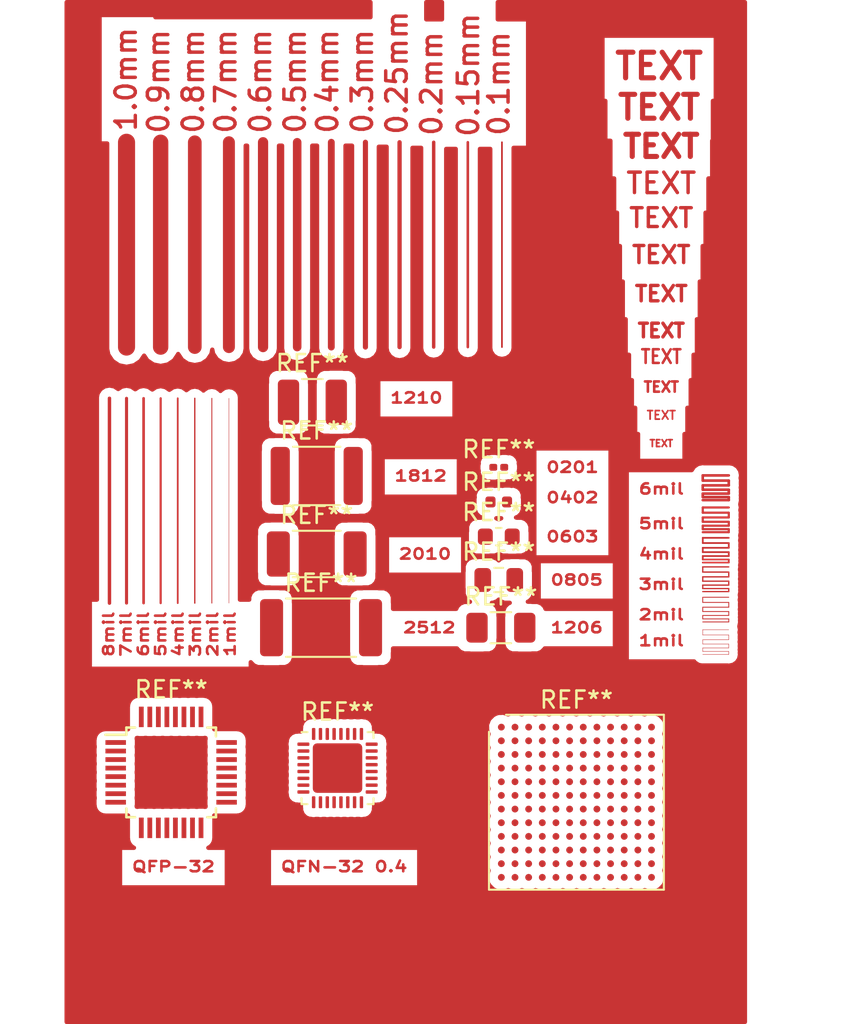
<source format=kicad_pcb>
(kicad_pcb (version 20171130) (host pcbnew 5.0.2-bee76a0~70~ubuntu16.04.1)

  (general
    (thickness 1.6)
    (drawings 49)
    (tracks 98)
    (zones 0)
    (modules 12)
    (nets 1)
  )

  (page A4)
  (layers
    (0 F.Cu signal)
    (31 B.Cu signal)
    (32 B.Adhes user)
    (33 F.Adhes user)
    (34 B.Paste user)
    (35 F.Paste user)
    (36 B.SilkS user)
    (37 F.SilkS user)
    (38 B.Mask user)
    (39 F.Mask user)
    (40 Dwgs.User user)
    (41 Cmts.User user)
    (42 Eco1.User user)
    (43 Eco2.User user)
    (44 Edge.Cuts user)
    (45 Margin user)
    (46 B.CrtYd user)
    (47 F.CrtYd user)
    (48 B.Fab user)
    (49 F.Fab user)
  )

  (setup
    (last_trace_width 0.1524)
    (trace_clearance 0.2)
    (zone_clearance 0.508)
    (zone_45_only no)
    (trace_min 0.0762)
    (segment_width 0.2)
    (edge_width 0.15)
    (via_size 0.8)
    (via_drill 0.4)
    (via_min_size 0.4)
    (via_min_drill 0.3)
    (uvia_size 0.3)
    (uvia_drill 0.1)
    (uvias_allowed no)
    (uvia_min_size 0.2)
    (uvia_min_drill 0.1)
    (pcb_text_width 0.3)
    (pcb_text_size 1.5 1.5)
    (mod_edge_width 0.15)
    (mod_text_size 1 1)
    (mod_text_width 0.15)
    (pad_size 1.524 1.524)
    (pad_drill 0.762)
    (pad_to_mask_clearance 0.051)
    (solder_mask_min_width 0.25)
    (aux_axis_origin 0 0)
    (visible_elements FFFFFF7F)
    (pcbplotparams
      (layerselection 0x010fc_ffffffff)
      (usegerberextensions false)
      (usegerberattributes false)
      (usegerberadvancedattributes false)
      (creategerberjobfile false)
      (excludeedgelayer true)
      (linewidth 0.150000)
      (plotframeref false)
      (viasonmask false)
      (mode 1)
      (useauxorigin false)
      (hpglpennumber 1)
      (hpglpenspeed 20)
      (hpglpendiameter 15.000000)
      (psnegative false)
      (psa4output false)
      (plotreference true)
      (plotvalue true)
      (plotinvisibletext false)
      (padsonsilk false)
      (subtractmaskfromsilk false)
      (outputformat 5)
      (mirror false)
      (drillshape 0)
      (scaleselection 1)
      (outputdirectory "svg/"))
  )

  (net 0 "")

  (net_class Default "This is the default net class."
    (clearance 0.2)
    (trace_width 0.1524)
    (via_dia 0.8)
    (via_drill 0.4)
    (uvia_dia 0.3)
    (uvia_drill 0.1)
  )

  (module Capacitor_SMD:C_1206_3216Metric (layer F.Cu) (tedit 5B301BBE) (tstamp 5C97D598)
    (at 155.572 96.774)
    (descr "Capacitor SMD 1206 (3216 Metric), square (rectangular) end terminal, IPC_7351 nominal, (Body size source: http://www.tortai-tech.com/upload/download/2011102023233369053.pdf), generated with kicad-footprint-generator")
    (tags capacitor)
    (attr smd)
    (fp_text reference REF** (at 0 -1.82) (layer F.SilkS)
      (effects (font (size 1 1) (thickness 0.15)))
    )
    (fp_text value C_1206_3216Metric (at 0 1.82) (layer F.Fab)
      (effects (font (size 1 1) (thickness 0.15)))
    )
    (fp_text user %R (at 0 0) (layer F.Fab)
      (effects (font (size 0.8 0.8) (thickness 0.12)))
    )
    (fp_line (start 2.28 1.12) (end -2.28 1.12) (layer F.CrtYd) (width 0.05))
    (fp_line (start 2.28 -1.12) (end 2.28 1.12) (layer F.CrtYd) (width 0.05))
    (fp_line (start -2.28 -1.12) (end 2.28 -1.12) (layer F.CrtYd) (width 0.05))
    (fp_line (start -2.28 1.12) (end -2.28 -1.12) (layer F.CrtYd) (width 0.05))
    (fp_line (start -0.602064 0.91) (end 0.602064 0.91) (layer F.SilkS) (width 0.12))
    (fp_line (start -0.602064 -0.91) (end 0.602064 -0.91) (layer F.SilkS) (width 0.12))
    (fp_line (start 1.6 0.8) (end -1.6 0.8) (layer F.Fab) (width 0.1))
    (fp_line (start 1.6 -0.8) (end 1.6 0.8) (layer F.Fab) (width 0.1))
    (fp_line (start -1.6 -0.8) (end 1.6 -0.8) (layer F.Fab) (width 0.1))
    (fp_line (start -1.6 0.8) (end -1.6 -0.8) (layer F.Fab) (width 0.1))
    (pad 2 smd roundrect (at 1.4 0) (size 1.25 1.75) (layers F.Cu F.Paste F.Mask) (roundrect_rratio 0.2))
    (pad 1 smd roundrect (at -1.4 0) (size 1.25 1.75) (layers F.Cu F.Paste F.Mask) (roundrect_rratio 0.2))
    (model ${KISYS3DMOD}/Capacitor_SMD.3dshapes/C_1206_3216Metric.wrl
      (at (xyz 0 0 0))
      (scale (xyz 1 1 1))
      (rotate (xyz 0 0 0))
    )
  )

  (module Capacitor_SMD:C_2512_6332Metric (layer F.Cu) (tedit 5B301BBE) (tstamp 5C97D658)
    (at 145.034 96.774)
    (descr "Capacitor SMD 2512 (6332 Metric), square (rectangular) end terminal, IPC_7351 nominal, (Body size source: http://www.tortai-tech.com/upload/download/2011102023233369053.pdf), generated with kicad-footprint-generator")
    (tags capacitor)
    (attr smd)
    (fp_text reference REF** (at 0 -2.62) (layer F.SilkS)
      (effects (font (size 1 1) (thickness 0.15)))
    )
    (fp_text value C_2512_6332Metric (at 0 2.62) (layer F.Fab)
      (effects (font (size 1 1) (thickness 0.15)))
    )
    (fp_text user %R (at 0 0) (layer F.Fab)
      (effects (font (size 1 1) (thickness 0.15)))
    )
    (fp_line (start 3.82 1.92) (end -3.82 1.92) (layer F.CrtYd) (width 0.05))
    (fp_line (start 3.82 -1.92) (end 3.82 1.92) (layer F.CrtYd) (width 0.05))
    (fp_line (start -3.82 -1.92) (end 3.82 -1.92) (layer F.CrtYd) (width 0.05))
    (fp_line (start -3.82 1.92) (end -3.82 -1.92) (layer F.CrtYd) (width 0.05))
    (fp_line (start -2.052064 1.71) (end 2.052064 1.71) (layer F.SilkS) (width 0.12))
    (fp_line (start -2.052064 -1.71) (end 2.052064 -1.71) (layer F.SilkS) (width 0.12))
    (fp_line (start 3.15 1.6) (end -3.15 1.6) (layer F.Fab) (width 0.1))
    (fp_line (start 3.15 -1.6) (end 3.15 1.6) (layer F.Fab) (width 0.1))
    (fp_line (start -3.15 -1.6) (end 3.15 -1.6) (layer F.Fab) (width 0.1))
    (fp_line (start -3.15 1.6) (end -3.15 -1.6) (layer F.Fab) (width 0.1))
    (pad 2 smd roundrect (at 2.9 0) (size 1.35 3.35) (layers F.Cu F.Paste F.Mask) (roundrect_rratio 0.185185))
    (pad 1 smd roundrect (at -2.9 0) (size 1.35 3.35) (layers F.Cu F.Paste F.Mask) (roundrect_rratio 0.185185))
    (model ${KISYS3DMOD}/Capacitor_SMD.3dshapes/C_2512_6332Metric.wrl
      (at (xyz 0 0 0))
      (scale (xyz 1 1 1))
      (rotate (xyz 0 0 0))
    )
  )

  (module Capacitor_SMD:C_2010_5025Metric (layer F.Cu) (tedit 5B301BBE) (tstamp 5C97D73D)
    (at 144.78 92.456)
    (descr "Capacitor SMD 2010 (5025 Metric), square (rectangular) end terminal, IPC_7351 nominal, (Body size source: http://www.tortai-tech.com/upload/download/2011102023233369053.pdf), generated with kicad-footprint-generator")
    (tags capacitor)
    (attr smd)
    (fp_text reference REF** (at 0 -2.28) (layer F.SilkS)
      (effects (font (size 1 1) (thickness 0.15)))
    )
    (fp_text value C_2010_5025Metric (at 0 2.28) (layer F.Fab)
      (effects (font (size 1 1) (thickness 0.15)))
    )
    (fp_text user %R (at 0 0) (layer F.Fab)
      (effects (font (size 1 1) (thickness 0.15)))
    )
    (fp_line (start 3.18 1.58) (end -3.18 1.58) (layer F.CrtYd) (width 0.05))
    (fp_line (start 3.18 -1.58) (end 3.18 1.58) (layer F.CrtYd) (width 0.05))
    (fp_line (start -3.18 -1.58) (end 3.18 -1.58) (layer F.CrtYd) (width 0.05))
    (fp_line (start -3.18 1.58) (end -3.18 -1.58) (layer F.CrtYd) (width 0.05))
    (fp_line (start -1.402064 1.36) (end 1.402064 1.36) (layer F.SilkS) (width 0.12))
    (fp_line (start -1.402064 -1.36) (end 1.402064 -1.36) (layer F.SilkS) (width 0.12))
    (fp_line (start 2.5 1.25) (end -2.5 1.25) (layer F.Fab) (width 0.1))
    (fp_line (start 2.5 -1.25) (end 2.5 1.25) (layer F.Fab) (width 0.1))
    (fp_line (start -2.5 -1.25) (end 2.5 -1.25) (layer F.Fab) (width 0.1))
    (fp_line (start -2.5 1.25) (end -2.5 -1.25) (layer F.Fab) (width 0.1))
    (pad 2 smd roundrect (at 2.25 0) (size 1.35 2.65) (layers F.Cu F.Paste F.Mask) (roundrect_rratio 0.185185))
    (pad 1 smd roundrect (at -2.25 0) (size 1.35 2.65) (layers F.Cu F.Paste F.Mask) (roundrect_rratio 0.185185))
    (model ${KISYS3DMOD}/Capacitor_SMD.3dshapes/C_2010_5025Metric.wrl
      (at (xyz 0 0 0))
      (scale (xyz 1 1 1))
      (rotate (xyz 0 0 0))
    )
  )

  (module Capacitor_SMD:C_1812_4532Metric (layer F.Cu) (tedit 5B301BBE) (tstamp 5C97D7A7)
    (at 144.78 87.884)
    (descr "Capacitor SMD 1812 (4532 Metric), square (rectangular) end terminal, IPC_7351 nominal, (Body size source: https://www.nikhef.nl/pub/departments/mt/projects/detectorR_D/dtddice/ERJ2G.pdf), generated with kicad-footprint-generator")
    (tags capacitor)
    (attr smd)
    (fp_text reference REF** (at 0 -2.65) (layer F.SilkS)
      (effects (font (size 1 1) (thickness 0.15)))
    )
    (fp_text value C_1812_4532Metric (at 0 2.65) (layer F.Fab)
      (effects (font (size 1 1) (thickness 0.15)))
    )
    (fp_text user %R (at 0 0) (layer F.Fab)
      (effects (font (size 1 1) (thickness 0.15)))
    )
    (fp_line (start 2.95 1.95) (end -2.95 1.95) (layer F.CrtYd) (width 0.05))
    (fp_line (start 2.95 -1.95) (end 2.95 1.95) (layer F.CrtYd) (width 0.05))
    (fp_line (start -2.95 -1.95) (end 2.95 -1.95) (layer F.CrtYd) (width 0.05))
    (fp_line (start -2.95 1.95) (end -2.95 -1.95) (layer F.CrtYd) (width 0.05))
    (fp_line (start -1.386252 1.71) (end 1.386252 1.71) (layer F.SilkS) (width 0.12))
    (fp_line (start -1.386252 -1.71) (end 1.386252 -1.71) (layer F.SilkS) (width 0.12))
    (fp_line (start 2.25 1.6) (end -2.25 1.6) (layer F.Fab) (width 0.1))
    (fp_line (start 2.25 -1.6) (end 2.25 1.6) (layer F.Fab) (width 0.1))
    (fp_line (start -2.25 -1.6) (end 2.25 -1.6) (layer F.Fab) (width 0.1))
    (fp_line (start -2.25 1.6) (end -2.25 -1.6) (layer F.Fab) (width 0.1))
    (pad 2 smd roundrect (at 2.1375 0) (size 1.125 3.4) (layers F.Cu F.Paste F.Mask) (roundrect_rratio 0.222222))
    (pad 1 smd roundrect (at -2.1375 0) (size 1.125 3.4) (layers F.Cu F.Paste F.Mask) (roundrect_rratio 0.222222))
    (model ${KISYS3DMOD}/Capacitor_SMD.3dshapes/C_1812_4532Metric.wrl
      (at (xyz 0 0 0))
      (scale (xyz 1 1 1))
      (rotate (xyz 0 0 0))
    )
  )

  (module Capacitor_SMD:C_1210_3225Metric (layer F.Cu) (tedit 5B301BBE) (tstamp 5C97D9E9)
    (at 144.526 83.566)
    (descr "Capacitor SMD 1210 (3225 Metric), square (rectangular) end terminal, IPC_7351 nominal, (Body size source: http://www.tortai-tech.com/upload/download/2011102023233369053.pdf), generated with kicad-footprint-generator")
    (tags capacitor)
    (attr smd)
    (fp_text reference REF** (at 0 -2.28) (layer F.SilkS)
      (effects (font (size 1 1) (thickness 0.15)))
    )
    (fp_text value C_1210_3225Metric (at 0 2.28) (layer F.Fab)
      (effects (font (size 1 1) (thickness 0.15)))
    )
    (fp_text user %R (at 0 0) (layer F.Fab)
      (effects (font (size 0.8 0.8) (thickness 0.12)))
    )
    (fp_line (start 2.28 1.58) (end -2.28 1.58) (layer F.CrtYd) (width 0.05))
    (fp_line (start 2.28 -1.58) (end 2.28 1.58) (layer F.CrtYd) (width 0.05))
    (fp_line (start -2.28 -1.58) (end 2.28 -1.58) (layer F.CrtYd) (width 0.05))
    (fp_line (start -2.28 1.58) (end -2.28 -1.58) (layer F.CrtYd) (width 0.05))
    (fp_line (start -0.602064 1.36) (end 0.602064 1.36) (layer F.SilkS) (width 0.12))
    (fp_line (start -0.602064 -1.36) (end 0.602064 -1.36) (layer F.SilkS) (width 0.12))
    (fp_line (start 1.6 1.25) (end -1.6 1.25) (layer F.Fab) (width 0.1))
    (fp_line (start 1.6 -1.25) (end 1.6 1.25) (layer F.Fab) (width 0.1))
    (fp_line (start -1.6 -1.25) (end 1.6 -1.25) (layer F.Fab) (width 0.1))
    (fp_line (start -1.6 1.25) (end -1.6 -1.25) (layer F.Fab) (width 0.1))
    (pad 2 smd roundrect (at 1.4 0) (size 1.25 2.65) (layers F.Cu F.Paste F.Mask) (roundrect_rratio 0.2))
    (pad 1 smd roundrect (at -1.4 0) (size 1.25 2.65) (layers F.Cu F.Paste F.Mask) (roundrect_rratio 0.2))
    (model ${KISYS3DMOD}/Capacitor_SMD.3dshapes/C_1210_3225Metric.wrl
      (at (xyz 0 0 0))
      (scale (xyz 1 1 1))
      (rotate (xyz 0 0 0))
    )
  )

  (module Capacitor_SMD:C_0805_2012Metric (layer F.Cu) (tedit 5B36C52B) (tstamp 5C97DA74)
    (at 155.448 93.98)
    (descr "Capacitor SMD 0805 (2012 Metric), square (rectangular) end terminal, IPC_7351 nominal, (Body size source: https://docs.google.com/spreadsheets/d/1BsfQQcO9C6DZCsRaXUlFlo91Tg2WpOkGARC1WS5S8t0/edit?usp=sharing), generated with kicad-footprint-generator")
    (tags capacitor)
    (attr smd)
    (fp_text reference REF** (at 0 -1.65) (layer F.SilkS)
      (effects (font (size 1 1) (thickness 0.15)))
    )
    (fp_text value C_0805_2012Metric (at 0 1.65) (layer F.Fab)
      (effects (font (size 1 1) (thickness 0.15)))
    )
    (fp_text user %R (at 0 0) (layer F.Fab)
      (effects (font (size 0.5 0.5) (thickness 0.08)))
    )
    (fp_line (start 1.68 0.95) (end -1.68 0.95) (layer F.CrtYd) (width 0.05))
    (fp_line (start 1.68 -0.95) (end 1.68 0.95) (layer F.CrtYd) (width 0.05))
    (fp_line (start -1.68 -0.95) (end 1.68 -0.95) (layer F.CrtYd) (width 0.05))
    (fp_line (start -1.68 0.95) (end -1.68 -0.95) (layer F.CrtYd) (width 0.05))
    (fp_line (start -0.258578 0.71) (end 0.258578 0.71) (layer F.SilkS) (width 0.12))
    (fp_line (start -0.258578 -0.71) (end 0.258578 -0.71) (layer F.SilkS) (width 0.12))
    (fp_line (start 1 0.6) (end -1 0.6) (layer F.Fab) (width 0.1))
    (fp_line (start 1 -0.6) (end 1 0.6) (layer F.Fab) (width 0.1))
    (fp_line (start -1 -0.6) (end 1 -0.6) (layer F.Fab) (width 0.1))
    (fp_line (start -1 0.6) (end -1 -0.6) (layer F.Fab) (width 0.1))
    (pad 2 smd roundrect (at 0.9375 0) (size 0.975 1.4) (layers F.Cu F.Paste F.Mask) (roundrect_rratio 0.25))
    (pad 1 smd roundrect (at -0.9375 0) (size 0.975 1.4) (layers F.Cu F.Paste F.Mask) (roundrect_rratio 0.25))
    (model ${KISYS3DMOD}/Capacitor_SMD.3dshapes/C_0805_2012Metric.wrl
      (at (xyz 0 0 0))
      (scale (xyz 1 1 1))
      (rotate (xyz 0 0 0))
    )
  )

  (module Capacitor_SMD:C_0603_1608Metric (layer F.Cu) (tedit 5B301BBE) (tstamp 5C97DAFE)
    (at 155.448 91.44)
    (descr "Capacitor SMD 0603 (1608 Metric), square (rectangular) end terminal, IPC_7351 nominal, (Body size source: http://www.tortai-tech.com/upload/download/2011102023233369053.pdf), generated with kicad-footprint-generator")
    (tags capacitor)
    (attr smd)
    (fp_text reference REF** (at 0 -1.43) (layer F.SilkS)
      (effects (font (size 1 1) (thickness 0.15)))
    )
    (fp_text value C_0603_1608Metric (at 0 1.43) (layer F.Fab)
      (effects (font (size 1 1) (thickness 0.15)))
    )
    (fp_text user %R (at 0 0) (layer F.Fab)
      (effects (font (size 0.4 0.4) (thickness 0.06)))
    )
    (fp_line (start 1.48 0.73) (end -1.48 0.73) (layer F.CrtYd) (width 0.05))
    (fp_line (start 1.48 -0.73) (end 1.48 0.73) (layer F.CrtYd) (width 0.05))
    (fp_line (start -1.48 -0.73) (end 1.48 -0.73) (layer F.CrtYd) (width 0.05))
    (fp_line (start -1.48 0.73) (end -1.48 -0.73) (layer F.CrtYd) (width 0.05))
    (fp_line (start -0.162779 0.51) (end 0.162779 0.51) (layer F.SilkS) (width 0.12))
    (fp_line (start -0.162779 -0.51) (end 0.162779 -0.51) (layer F.SilkS) (width 0.12))
    (fp_line (start 0.8 0.4) (end -0.8 0.4) (layer F.Fab) (width 0.1))
    (fp_line (start 0.8 -0.4) (end 0.8 0.4) (layer F.Fab) (width 0.1))
    (fp_line (start -0.8 -0.4) (end 0.8 -0.4) (layer F.Fab) (width 0.1))
    (fp_line (start -0.8 0.4) (end -0.8 -0.4) (layer F.Fab) (width 0.1))
    (pad 2 smd roundrect (at 0.7875 0) (size 0.875 0.95) (layers F.Cu F.Paste F.Mask) (roundrect_rratio 0.25))
    (pad 1 smd roundrect (at -0.7875 0) (size 0.875 0.95) (layers F.Cu F.Paste F.Mask) (roundrect_rratio 0.25))
    (model ${KISYS3DMOD}/Capacitor_SMD.3dshapes/C_0603_1608Metric.wrl
      (at (xyz 0 0 0))
      (scale (xyz 1 1 1))
      (rotate (xyz 0 0 0))
    )
  )

  (module Capacitor_SMD:C_0402_1005Metric (layer F.Cu) (tedit 5B301BBE) (tstamp 5C97DB80)
    (at 155.448 89.408)
    (descr "Capacitor SMD 0402 (1005 Metric), square (rectangular) end terminal, IPC_7351 nominal, (Body size source: http://www.tortai-tech.com/upload/download/2011102023233369053.pdf), generated with kicad-footprint-generator")
    (tags capacitor)
    (attr smd)
    (fp_text reference REF** (at 0 -1.17) (layer F.SilkS)
      (effects (font (size 1 1) (thickness 0.15)))
    )
    (fp_text value C_0402_1005Metric (at 0 1.17) (layer F.Fab)
      (effects (font (size 1 1) (thickness 0.15)))
    )
    (fp_text user %R (at 0 0) (layer F.Fab)
      (effects (font (size 0.25 0.25) (thickness 0.04)))
    )
    (fp_line (start 0.93 0.47) (end -0.93 0.47) (layer F.CrtYd) (width 0.05))
    (fp_line (start 0.93 -0.47) (end 0.93 0.47) (layer F.CrtYd) (width 0.05))
    (fp_line (start -0.93 -0.47) (end 0.93 -0.47) (layer F.CrtYd) (width 0.05))
    (fp_line (start -0.93 0.47) (end -0.93 -0.47) (layer F.CrtYd) (width 0.05))
    (fp_line (start 0.5 0.25) (end -0.5 0.25) (layer F.Fab) (width 0.1))
    (fp_line (start 0.5 -0.25) (end 0.5 0.25) (layer F.Fab) (width 0.1))
    (fp_line (start -0.5 -0.25) (end 0.5 -0.25) (layer F.Fab) (width 0.1))
    (fp_line (start -0.5 0.25) (end -0.5 -0.25) (layer F.Fab) (width 0.1))
    (pad 2 smd roundrect (at 0.485 0) (size 0.59 0.64) (layers F.Cu F.Paste F.Mask) (roundrect_rratio 0.25))
    (pad 1 smd roundrect (at -0.485 0) (size 0.59 0.64) (layers F.Cu F.Paste F.Mask) (roundrect_rratio 0.25))
    (model ${KISYS3DMOD}/Capacitor_SMD.3dshapes/C_0402_1005Metric.wrl
      (at (xyz 0 0 0))
      (scale (xyz 1 1 1))
      (rotate (xyz 0 0 0))
    )
  )

  (module Capacitor_SMD:C_0201_0603Metric (layer F.Cu) (tedit 5B301BBE) (tstamp 5C97DC04)
    (at 155.448 87.376)
    (descr "Capacitor SMD 0201 (0603 Metric), square (rectangular) end terminal, IPC_7351 nominal, (Body size source: https://www.vishay.com/docs/20052/crcw0201e3.pdf), generated with kicad-footprint-generator")
    (tags capacitor)
    (attr smd)
    (fp_text reference REF** (at 0 -1.05) (layer F.SilkS)
      (effects (font (size 1 1) (thickness 0.15)))
    )
    (fp_text value C_0201_0603Metric (at 0 1.05) (layer F.Fab)
      (effects (font (size 1 1) (thickness 0.15)))
    )
    (fp_text user %R (at 0 -0.68) (layer F.Fab)
      (effects (font (size 0.25 0.25) (thickness 0.04)))
    )
    (fp_line (start 0.7 0.35) (end -0.7 0.35) (layer F.CrtYd) (width 0.05))
    (fp_line (start 0.7 -0.35) (end 0.7 0.35) (layer F.CrtYd) (width 0.05))
    (fp_line (start -0.7 -0.35) (end 0.7 -0.35) (layer F.CrtYd) (width 0.05))
    (fp_line (start -0.7 0.35) (end -0.7 -0.35) (layer F.CrtYd) (width 0.05))
    (fp_line (start 0.3 0.15) (end -0.3 0.15) (layer F.Fab) (width 0.1))
    (fp_line (start 0.3 -0.15) (end 0.3 0.15) (layer F.Fab) (width 0.1))
    (fp_line (start -0.3 -0.15) (end 0.3 -0.15) (layer F.Fab) (width 0.1))
    (fp_line (start -0.3 0.15) (end -0.3 -0.15) (layer F.Fab) (width 0.1))
    (pad 2 smd roundrect (at 0.32 0) (size 0.46 0.4) (layers F.Cu F.Mask) (roundrect_rratio 0.25))
    (pad 1 smd roundrect (at -0.32 0) (size 0.46 0.4) (layers F.Cu F.Mask) (roundrect_rratio 0.25))
    (pad "" smd roundrect (at 0.345 0) (size 0.318 0.36) (layers F.Paste) (roundrect_rratio 0.25))
    (pad "" smd roundrect (at -0.345 0) (size 0.318 0.36) (layers F.Paste) (roundrect_rratio 0.25))
    (model ${KISYS3DMOD}/Capacitor_SMD.3dshapes/C_0201_0603Metric.wrl
      (at (xyz 0 0 0))
      (scale (xyz 1 1 1))
      (rotate (xyz 0 0 0))
    )
  )

  (module Package_QFP:LQFP-32_5x5mm_P0.5mm (layer F.Cu) (tedit 5A02F146) (tstamp 5C97DCAC)
    (at 136.25 105.25)
    (descr "LQFP32: plastic low profile quad flat package; 32 leads; body 5 x 5 x 1.4 mm (see NXP sot401-1_fr.pdf and sot401-1_po.pdf)")
    (tags "QFP 0.5")
    (attr smd)
    (fp_text reference REF** (at 0 -4.85) (layer F.SilkS)
      (effects (font (size 1 1) (thickness 0.15)))
    )
    (fp_text value LQFP-32_5x5mm_P0.5mm (at 0 4.85) (layer F.Fab)
      (effects (font (size 1 1) (thickness 0.15)))
    )
    (fp_line (start -2.625 -2.2) (end -3.85 -2.2) (layer F.SilkS) (width 0.15))
    (fp_line (start 2.625 -2.625) (end 2.115 -2.625) (layer F.SilkS) (width 0.15))
    (fp_line (start 2.625 2.625) (end 2.115 2.625) (layer F.SilkS) (width 0.15))
    (fp_line (start -2.625 2.625) (end -2.115 2.625) (layer F.SilkS) (width 0.15))
    (fp_line (start -2.625 -2.625) (end -2.115 -2.625) (layer F.SilkS) (width 0.15))
    (fp_line (start -2.625 2.625) (end -2.625 2.115) (layer F.SilkS) (width 0.15))
    (fp_line (start 2.625 2.625) (end 2.625 2.115) (layer F.SilkS) (width 0.15))
    (fp_line (start 2.625 -2.625) (end 2.625 -2.115) (layer F.SilkS) (width 0.15))
    (fp_line (start -2.625 -2.625) (end -2.625 -2.2) (layer F.SilkS) (width 0.15))
    (fp_line (start -4.1 4.1) (end 4.1 4.1) (layer F.CrtYd) (width 0.05))
    (fp_line (start -4.1 -4.1) (end 4.1 -4.1) (layer F.CrtYd) (width 0.05))
    (fp_line (start 4.1 -4.1) (end 4.1 4.1) (layer F.CrtYd) (width 0.05))
    (fp_line (start -4.1 -4.1) (end -4.1 4.1) (layer F.CrtYd) (width 0.05))
    (fp_line (start -2.5 -1.5) (end -1.5 -2.5) (layer F.Fab) (width 0.15))
    (fp_line (start -2.5 2.5) (end -2.5 -1.5) (layer F.Fab) (width 0.15))
    (fp_line (start 2.5 2.5) (end -2.5 2.5) (layer F.Fab) (width 0.15))
    (fp_line (start 2.5 -2.5) (end 2.5 2.5) (layer F.Fab) (width 0.15))
    (fp_line (start -1.5 -2.5) (end 2.5 -2.5) (layer F.Fab) (width 0.15))
    (fp_text user %R (at 0 0) (layer F.Fab)
      (effects (font (size 1 1) (thickness 0.15)))
    )
    (pad 32 smd rect (at -1.75 -3.25 90) (size 1.2 0.28) (layers F.Cu F.Paste F.Mask))
    (pad 31 smd rect (at -1.25 -3.25 90) (size 1.2 0.28) (layers F.Cu F.Paste F.Mask))
    (pad 30 smd rect (at -0.75 -3.25 90) (size 1.2 0.28) (layers F.Cu F.Paste F.Mask))
    (pad 29 smd rect (at -0.25 -3.25 90) (size 1.2 0.28) (layers F.Cu F.Paste F.Mask))
    (pad 28 smd rect (at 0.25 -3.25 90) (size 1.2 0.28) (layers F.Cu F.Paste F.Mask))
    (pad 27 smd rect (at 0.75 -3.25 90) (size 1.2 0.28) (layers F.Cu F.Paste F.Mask))
    (pad 26 smd rect (at 1.25 -3.25 90) (size 1.2 0.28) (layers F.Cu F.Paste F.Mask))
    (pad 25 smd rect (at 1.75 -3.25 90) (size 1.2 0.28) (layers F.Cu F.Paste F.Mask))
    (pad 24 smd rect (at 3.25 -1.75) (size 1.2 0.28) (layers F.Cu F.Paste F.Mask))
    (pad 23 smd rect (at 3.25 -1.25) (size 1.2 0.28) (layers F.Cu F.Paste F.Mask))
    (pad 22 smd rect (at 3.25 -0.75) (size 1.2 0.28) (layers F.Cu F.Paste F.Mask))
    (pad 21 smd rect (at 3.25 -0.25) (size 1.2 0.28) (layers F.Cu F.Paste F.Mask))
    (pad 20 smd rect (at 3.25 0.25) (size 1.2 0.28) (layers F.Cu F.Paste F.Mask))
    (pad 19 smd rect (at 3.25 0.75) (size 1.2 0.28) (layers F.Cu F.Paste F.Mask))
    (pad 18 smd rect (at 3.25 1.25) (size 1.2 0.28) (layers F.Cu F.Paste F.Mask))
    (pad 17 smd rect (at 3.25 1.75) (size 1.2 0.28) (layers F.Cu F.Paste F.Mask))
    (pad 16 smd rect (at 1.75 3.25 90) (size 1.2 0.28) (layers F.Cu F.Paste F.Mask))
    (pad 15 smd rect (at 1.25 3.25 90) (size 1.2 0.28) (layers F.Cu F.Paste F.Mask))
    (pad 14 smd rect (at 0.75 3.25 90) (size 1.2 0.28) (layers F.Cu F.Paste F.Mask))
    (pad 13 smd rect (at 0.25 3.25 90) (size 1.2 0.28) (layers F.Cu F.Paste F.Mask))
    (pad 12 smd rect (at -0.25 3.25 90) (size 1.2 0.28) (layers F.Cu F.Paste F.Mask))
    (pad 11 smd rect (at -0.75 3.25 90) (size 1.2 0.28) (layers F.Cu F.Paste F.Mask))
    (pad 10 smd rect (at -1.25 3.25 90) (size 1.2 0.28) (layers F.Cu F.Paste F.Mask))
    (pad 9 smd rect (at -1.75 3.25 90) (size 1.2 0.28) (layers F.Cu F.Paste F.Mask))
    (pad 8 smd rect (at -3.25 1.75) (size 1.2 0.28) (layers F.Cu F.Paste F.Mask))
    (pad 7 smd rect (at -3.25 1.25) (size 1.2 0.28) (layers F.Cu F.Paste F.Mask))
    (pad 6 smd rect (at -3.25 0.75) (size 1.2 0.28) (layers F.Cu F.Paste F.Mask))
    (pad 5 smd rect (at -3.25 0.25) (size 1.2 0.28) (layers F.Cu F.Paste F.Mask))
    (pad 4 smd rect (at -3.25 -0.25) (size 1.2 0.28) (layers F.Cu F.Paste F.Mask))
    (pad 3 smd rect (at -3.25 -0.75) (size 1.2 0.28) (layers F.Cu F.Paste F.Mask))
    (pad 2 smd rect (at -3.25 -1.25) (size 1.2 0.28) (layers F.Cu F.Paste F.Mask))
    (pad 1 smd rect (at -3.25 -1.75) (size 1.2 0.28) (layers F.Cu F.Paste F.Mask))
    (model ${KISYS3DMOD}/Package_QFP.3dshapes/LQFP-32_5x5mm_P0.5mm.wrl
      (at (xyz 0 0 0))
      (scale (xyz 1 1 1))
      (rotate (xyz 0 0 0))
    )
  )

  (module Package_DFN_QFN:QFN-32-1EP_4x4mm_P0.4mm_EP2.9x2.9mm (layer F.Cu) (tedit 5B4E85CE) (tstamp 5C97DEEA)
    (at 146 105)
    (descr "QFN, 32 Pin (http://ww1.microchip.com/downloads/en/DeviceDoc/atmel-8153-8-and-16-bit-avr-microcontroller-xmega-e-atxmega8e5-atxmega16e5-atxmega32e5_datasheet.pdf (Page 70)), generated with kicad-footprint-generator ipc_dfn_qfn_generator.py")
    (tags "QFN DFN_QFN")
    (attr smd)
    (fp_text reference REF** (at 0 -3.3) (layer F.SilkS)
      (effects (font (size 1 1) (thickness 0.15)))
    )
    (fp_text value QFN-32-1EP_4x4mm_P0.4mm_EP2.9x2.9mm (at 0 3.3) (layer F.Fab)
      (effects (font (size 1 1) (thickness 0.15)))
    )
    (fp_text user %R (at 0 0) (layer F.Fab)
      (effects (font (size 1 1) (thickness 0.15)))
    )
    (fp_line (start 2.6 -2.6) (end -2.6 -2.6) (layer F.CrtYd) (width 0.05))
    (fp_line (start 2.6 2.6) (end 2.6 -2.6) (layer F.CrtYd) (width 0.05))
    (fp_line (start -2.6 2.6) (end 2.6 2.6) (layer F.CrtYd) (width 0.05))
    (fp_line (start -2.6 -2.6) (end -2.6 2.6) (layer F.CrtYd) (width 0.05))
    (fp_line (start -2 -1) (end -1 -2) (layer F.Fab) (width 0.1))
    (fp_line (start -2 2) (end -2 -1) (layer F.Fab) (width 0.1))
    (fp_line (start 2 2) (end -2 2) (layer F.Fab) (width 0.1))
    (fp_line (start 2 -2) (end 2 2) (layer F.Fab) (width 0.1))
    (fp_line (start -1 -2) (end 2 -2) (layer F.Fab) (width 0.1))
    (fp_line (start -1.76 -2.11) (end -2.11 -2.11) (layer F.SilkS) (width 0.12))
    (fp_line (start 2.11 2.11) (end 2.11 1.76) (layer F.SilkS) (width 0.12))
    (fp_line (start 1.76 2.11) (end 2.11 2.11) (layer F.SilkS) (width 0.12))
    (fp_line (start -2.11 2.11) (end -2.11 1.76) (layer F.SilkS) (width 0.12))
    (fp_line (start -1.76 2.11) (end -2.11 2.11) (layer F.SilkS) (width 0.12))
    (fp_line (start 2.11 -2.11) (end 2.11 -1.76) (layer F.SilkS) (width 0.12))
    (fp_line (start 1.76 -2.11) (end 2.11 -2.11) (layer F.SilkS) (width 0.12))
    (pad 32 smd roundrect (at -1.4 -2) (size 0.2 0.7) (layers F.Cu F.Paste F.Mask) (roundrect_rratio 0.25))
    (pad 31 smd roundrect (at -1 -2) (size 0.2 0.7) (layers F.Cu F.Paste F.Mask) (roundrect_rratio 0.25))
    (pad 30 smd roundrect (at -0.6 -2) (size 0.2 0.7) (layers F.Cu F.Paste F.Mask) (roundrect_rratio 0.25))
    (pad 29 smd roundrect (at -0.2 -2) (size 0.2 0.7) (layers F.Cu F.Paste F.Mask) (roundrect_rratio 0.25))
    (pad 28 smd roundrect (at 0.2 -2) (size 0.2 0.7) (layers F.Cu F.Paste F.Mask) (roundrect_rratio 0.25))
    (pad 27 smd roundrect (at 0.6 -2) (size 0.2 0.7) (layers F.Cu F.Paste F.Mask) (roundrect_rratio 0.25))
    (pad 26 smd roundrect (at 1 -2) (size 0.2 0.7) (layers F.Cu F.Paste F.Mask) (roundrect_rratio 0.25))
    (pad 25 smd roundrect (at 1.4 -2) (size 0.2 0.7) (layers F.Cu F.Paste F.Mask) (roundrect_rratio 0.25))
    (pad 24 smd roundrect (at 2 -1.4) (size 0.7 0.2) (layers F.Cu F.Paste F.Mask) (roundrect_rratio 0.25))
    (pad 23 smd roundrect (at 2 -1) (size 0.7 0.2) (layers F.Cu F.Paste F.Mask) (roundrect_rratio 0.25))
    (pad 22 smd roundrect (at 2 -0.6) (size 0.7 0.2) (layers F.Cu F.Paste F.Mask) (roundrect_rratio 0.25))
    (pad 21 smd roundrect (at 2 -0.2) (size 0.7 0.2) (layers F.Cu F.Paste F.Mask) (roundrect_rratio 0.25))
    (pad 20 smd roundrect (at 2 0.2) (size 0.7 0.2) (layers F.Cu F.Paste F.Mask) (roundrect_rratio 0.25))
    (pad 19 smd roundrect (at 2 0.6) (size 0.7 0.2) (layers F.Cu F.Paste F.Mask) (roundrect_rratio 0.25))
    (pad 18 smd roundrect (at 2 1) (size 0.7 0.2) (layers F.Cu F.Paste F.Mask) (roundrect_rratio 0.25))
    (pad 17 smd roundrect (at 2 1.4) (size 0.7 0.2) (layers F.Cu F.Paste F.Mask) (roundrect_rratio 0.25))
    (pad 16 smd roundrect (at 1.4 2) (size 0.2 0.7) (layers F.Cu F.Paste F.Mask) (roundrect_rratio 0.25))
    (pad 15 smd roundrect (at 1 2) (size 0.2 0.7) (layers F.Cu F.Paste F.Mask) (roundrect_rratio 0.25))
    (pad 14 smd roundrect (at 0.6 2) (size 0.2 0.7) (layers F.Cu F.Paste F.Mask) (roundrect_rratio 0.25))
    (pad 13 smd roundrect (at 0.2 2) (size 0.2 0.7) (layers F.Cu F.Paste F.Mask) (roundrect_rratio 0.25))
    (pad 12 smd roundrect (at -0.2 2) (size 0.2 0.7) (layers F.Cu F.Paste F.Mask) (roundrect_rratio 0.25))
    (pad 11 smd roundrect (at -0.6 2) (size 0.2 0.7) (layers F.Cu F.Paste F.Mask) (roundrect_rratio 0.25))
    (pad 10 smd roundrect (at -1 2) (size 0.2 0.7) (layers F.Cu F.Paste F.Mask) (roundrect_rratio 0.25))
    (pad 9 smd roundrect (at -1.4 2) (size 0.2 0.7) (layers F.Cu F.Paste F.Mask) (roundrect_rratio 0.25))
    (pad 8 smd roundrect (at -2 1.4) (size 0.7 0.2) (layers F.Cu F.Paste F.Mask) (roundrect_rratio 0.25))
    (pad 7 smd roundrect (at -2 1) (size 0.7 0.2) (layers F.Cu F.Paste F.Mask) (roundrect_rratio 0.25))
    (pad 6 smd roundrect (at -2 0.6) (size 0.7 0.2) (layers F.Cu F.Paste F.Mask) (roundrect_rratio 0.25))
    (pad 5 smd roundrect (at -2 0.2) (size 0.7 0.2) (layers F.Cu F.Paste F.Mask) (roundrect_rratio 0.25))
    (pad 4 smd roundrect (at -2 -0.2) (size 0.7 0.2) (layers F.Cu F.Paste F.Mask) (roundrect_rratio 0.25))
    (pad 3 smd roundrect (at -2 -0.6) (size 0.7 0.2) (layers F.Cu F.Paste F.Mask) (roundrect_rratio 0.25))
    (pad 2 smd roundrect (at -2 -1) (size 0.7 0.2) (layers F.Cu F.Paste F.Mask) (roundrect_rratio 0.25))
    (pad 1 smd roundrect (at -2 -1.4) (size 0.7 0.2) (layers F.Cu F.Paste F.Mask) (roundrect_rratio 0.25))
    (pad "" smd roundrect (at 0.725 0.725) (size 1.17 1.17) (layers F.Paste) (roundrect_rratio 0.213675))
    (pad "" smd roundrect (at 0.725 -0.725) (size 1.17 1.17) (layers F.Paste) (roundrect_rratio 0.213675))
    (pad "" smd roundrect (at -0.725 0.725) (size 1.17 1.17) (layers F.Paste) (roundrect_rratio 0.213675))
    (pad "" smd roundrect (at -0.725 -0.725) (size 1.17 1.17) (layers F.Paste) (roundrect_rratio 0.213675))
    (pad 33 smd roundrect (at 0 0) (size 2.9 2.9) (layers F.Cu F.Mask) (roundrect_rratio 0.08620700000000001))
    (model ${KISYS3DMOD}/Package_DFN_QFN.3dshapes/QFN-32-1EP_4x4mm_P0.4mm_EP2.9x2.9mm.wrl
      (at (xyz 0 0 0))
      (scale (xyz 1 1 1))
      (rotate (xyz 0 0 0))
    )
  )

  (module Package_BGA:LFBGA-144_10x10mm_Layout12x12_P0.8mm (layer F.Cu) (tedit 5ADF9FCE) (tstamp 5C97E059)
    (at 160 107)
    (descr "LFBGA-144, 12x12 raster, 10x10mm package, pitch 0.8mm; see section 6.1 of http://www.st.com/resource/en/datasheet/stm32f103ze.pdf")
    (tags "BGA 144 0.8")
    (attr smd)
    (fp_text reference REF** (at 0 -6) (layer F.SilkS)
      (effects (font (size 1 1) (thickness 0.15)))
    )
    (fp_text value LFBGA-144_10x10mm_Layout12x12_P0.8mm (at 0 6) (layer F.Fab)
      (effects (font (size 1 1) (thickness 0.15)))
    )
    (fp_text user %R (at 0 0) (layer F.Fab)
      (effects (font (size 1 1) (thickness 0.15)))
    )
    (fp_line (start -5.125 5.125) (end -5.125 -4.125) (layer F.SilkS) (width 0.12))
    (fp_line (start 5.125 5.125) (end -5.125 5.125) (layer F.SilkS) (width 0.12))
    (fp_line (start 5.125 -5.125) (end 5.125 5.125) (layer F.SilkS) (width 0.12))
    (fp_line (start -4.125 -5.125) (end 5.125 -5.125) (layer F.SilkS) (width 0.12))
    (fp_line (start 6 -6) (end -6 -6) (layer F.CrtYd) (width 0.05))
    (fp_line (start 6 6) (end 6 -6) (layer F.CrtYd) (width 0.05))
    (fp_line (start -6 6) (end 6 6) (layer F.CrtYd) (width 0.05))
    (fp_line (start -6 -6) (end -6 6) (layer F.CrtYd) (width 0.05))
    (fp_line (start 5 -5) (end 5 5) (layer F.Fab) (width 0.1))
    (fp_line (start -4 -5) (end 5 -5) (layer F.Fab) (width 0.1))
    (fp_line (start -5 -4) (end -4 -5) (layer F.Fab) (width 0.1))
    (fp_line (start -5 5) (end -5 -4) (layer F.Fab) (width 0.1))
    (fp_line (start 5 5) (end -5 5) (layer F.Fab) (width 0.1))
    (pad M12 smd circle (at 4.4 4.4) (size 0.4 0.4) (layers F.Cu F.Paste F.Mask))
    (pad M11 smd circle (at 3.6 4.4) (size 0.4 0.4) (layers F.Cu F.Paste F.Mask))
    (pad M10 smd circle (at 2.8 4.4) (size 0.4 0.4) (layers F.Cu F.Paste F.Mask))
    (pad M9 smd circle (at 2 4.4) (size 0.4 0.4) (layers F.Cu F.Paste F.Mask))
    (pad M8 smd circle (at 1.2 4.4) (size 0.4 0.4) (layers F.Cu F.Paste F.Mask))
    (pad M7 smd circle (at 0.4 4.4) (size 0.4 0.4) (layers F.Cu F.Paste F.Mask))
    (pad M6 smd circle (at -0.4 4.4) (size 0.4 0.4) (layers F.Cu F.Paste F.Mask))
    (pad M5 smd circle (at -1.2 4.4) (size 0.4 0.4) (layers F.Cu F.Paste F.Mask))
    (pad M4 smd circle (at -2 4.4) (size 0.4 0.4) (layers F.Cu F.Paste F.Mask))
    (pad M3 smd circle (at -2.8 4.4) (size 0.4 0.4) (layers F.Cu F.Paste F.Mask))
    (pad M2 smd circle (at -3.6 4.4) (size 0.4 0.4) (layers F.Cu F.Paste F.Mask))
    (pad M1 smd circle (at -4.4 4.4) (size 0.4 0.4) (layers F.Cu F.Paste F.Mask))
    (pad L12 smd circle (at 4.4 3.6) (size 0.4 0.4) (layers F.Cu F.Paste F.Mask))
    (pad L11 smd circle (at 3.6 3.6) (size 0.4 0.4) (layers F.Cu F.Paste F.Mask))
    (pad L10 smd circle (at 2.8 3.6) (size 0.4 0.4) (layers F.Cu F.Paste F.Mask))
    (pad L9 smd circle (at 2 3.6) (size 0.4 0.4) (layers F.Cu F.Paste F.Mask))
    (pad L8 smd circle (at 1.2 3.6) (size 0.4 0.4) (layers F.Cu F.Paste F.Mask))
    (pad L7 smd circle (at 0.4 3.6) (size 0.4 0.4) (layers F.Cu F.Paste F.Mask))
    (pad L6 smd circle (at -0.4 3.6) (size 0.4 0.4) (layers F.Cu F.Paste F.Mask))
    (pad L5 smd circle (at -1.2 3.6) (size 0.4 0.4) (layers F.Cu F.Paste F.Mask))
    (pad L4 smd circle (at -2 3.6) (size 0.4 0.4) (layers F.Cu F.Paste F.Mask))
    (pad L3 smd circle (at -2.8 3.6) (size 0.4 0.4) (layers F.Cu F.Paste F.Mask))
    (pad L2 smd circle (at -3.6 3.6) (size 0.4 0.4) (layers F.Cu F.Paste F.Mask))
    (pad L1 smd circle (at -4.4 3.6) (size 0.4 0.4) (layers F.Cu F.Paste F.Mask))
    (pad K12 smd circle (at 4.4 2.8) (size 0.4 0.4) (layers F.Cu F.Paste F.Mask))
    (pad K11 smd circle (at 3.6 2.8) (size 0.4 0.4) (layers F.Cu F.Paste F.Mask))
    (pad K10 smd circle (at 2.8 2.8) (size 0.4 0.4) (layers F.Cu F.Paste F.Mask))
    (pad K9 smd circle (at 2 2.8) (size 0.4 0.4) (layers F.Cu F.Paste F.Mask))
    (pad K8 smd circle (at 1.2 2.8) (size 0.4 0.4) (layers F.Cu F.Paste F.Mask))
    (pad K7 smd circle (at 0.4 2.8) (size 0.4 0.4) (layers F.Cu F.Paste F.Mask))
    (pad K6 smd circle (at -0.4 2.8) (size 0.4 0.4) (layers F.Cu F.Paste F.Mask))
    (pad K5 smd circle (at -1.2 2.8) (size 0.4 0.4) (layers F.Cu F.Paste F.Mask))
    (pad K4 smd circle (at -2 2.8) (size 0.4 0.4) (layers F.Cu F.Paste F.Mask))
    (pad K3 smd circle (at -2.8 2.8) (size 0.4 0.4) (layers F.Cu F.Paste F.Mask))
    (pad K2 smd circle (at -3.6 2.8) (size 0.4 0.4) (layers F.Cu F.Paste F.Mask))
    (pad K1 smd circle (at -4.4 2.8) (size 0.4 0.4) (layers F.Cu F.Paste F.Mask))
    (pad J12 smd circle (at 4.4 2) (size 0.4 0.4) (layers F.Cu F.Paste F.Mask))
    (pad J11 smd circle (at 3.6 2) (size 0.4 0.4) (layers F.Cu F.Paste F.Mask))
    (pad J10 smd circle (at 2.8 2) (size 0.4 0.4) (layers F.Cu F.Paste F.Mask))
    (pad J9 smd circle (at 2 2) (size 0.4 0.4) (layers F.Cu F.Paste F.Mask))
    (pad J8 smd circle (at 1.2 2) (size 0.4 0.4) (layers F.Cu F.Paste F.Mask))
    (pad J7 smd circle (at 0.4 2) (size 0.4 0.4) (layers F.Cu F.Paste F.Mask))
    (pad J6 smd circle (at -0.4 2) (size 0.4 0.4) (layers F.Cu F.Paste F.Mask))
    (pad J5 smd circle (at -1.2 2) (size 0.4 0.4) (layers F.Cu F.Paste F.Mask))
    (pad J4 smd circle (at -2 2) (size 0.4 0.4) (layers F.Cu F.Paste F.Mask))
    (pad J3 smd circle (at -2.8 2) (size 0.4 0.4) (layers F.Cu F.Paste F.Mask))
    (pad J2 smd circle (at -3.6 2) (size 0.4 0.4) (layers F.Cu F.Paste F.Mask))
    (pad J1 smd circle (at -4.4 2) (size 0.4 0.4) (layers F.Cu F.Paste F.Mask))
    (pad H12 smd circle (at 4.4 1.2) (size 0.4 0.4) (layers F.Cu F.Paste F.Mask))
    (pad H11 smd circle (at 3.6 1.2) (size 0.4 0.4) (layers F.Cu F.Paste F.Mask))
    (pad H10 smd circle (at 2.8 1.2) (size 0.4 0.4) (layers F.Cu F.Paste F.Mask))
    (pad H9 smd circle (at 2 1.2) (size 0.4 0.4) (layers F.Cu F.Paste F.Mask))
    (pad H8 smd circle (at 1.2 1.2) (size 0.4 0.4) (layers F.Cu F.Paste F.Mask))
    (pad H7 smd circle (at 0.4 1.2) (size 0.4 0.4) (layers F.Cu F.Paste F.Mask))
    (pad H6 smd circle (at -0.4 1.2) (size 0.4 0.4) (layers F.Cu F.Paste F.Mask))
    (pad H5 smd circle (at -1.2 1.2) (size 0.4 0.4) (layers F.Cu F.Paste F.Mask))
    (pad H4 smd circle (at -2 1.2) (size 0.4 0.4) (layers F.Cu F.Paste F.Mask))
    (pad H3 smd circle (at -2.8 1.2) (size 0.4 0.4) (layers F.Cu F.Paste F.Mask))
    (pad H2 smd circle (at -3.6 1.2) (size 0.4 0.4) (layers F.Cu F.Paste F.Mask))
    (pad H1 smd circle (at -4.4 1.2) (size 0.4 0.4) (layers F.Cu F.Paste F.Mask))
    (pad G12 smd circle (at 4.4 0.4) (size 0.4 0.4) (layers F.Cu F.Paste F.Mask))
    (pad G11 smd circle (at 3.6 0.4) (size 0.4 0.4) (layers F.Cu F.Paste F.Mask))
    (pad G10 smd circle (at 2.8 0.4) (size 0.4 0.4) (layers F.Cu F.Paste F.Mask))
    (pad G9 smd circle (at 2 0.4) (size 0.4 0.4) (layers F.Cu F.Paste F.Mask))
    (pad G8 smd circle (at 1.2 0.4) (size 0.4 0.4) (layers F.Cu F.Paste F.Mask))
    (pad G7 smd circle (at 0.4 0.4) (size 0.4 0.4) (layers F.Cu F.Paste F.Mask))
    (pad G6 smd circle (at -0.4 0.4) (size 0.4 0.4) (layers F.Cu F.Paste F.Mask))
    (pad G5 smd circle (at -1.2 0.4) (size 0.4 0.4) (layers F.Cu F.Paste F.Mask))
    (pad G4 smd circle (at -2 0.4) (size 0.4 0.4) (layers F.Cu F.Paste F.Mask))
    (pad G3 smd circle (at -2.8 0.4) (size 0.4 0.4) (layers F.Cu F.Paste F.Mask))
    (pad G2 smd circle (at -3.6 0.4) (size 0.4 0.4) (layers F.Cu F.Paste F.Mask))
    (pad G1 smd circle (at -4.4 0.4) (size 0.4 0.4) (layers F.Cu F.Paste F.Mask))
    (pad F12 smd circle (at 4.4 -0.4) (size 0.4 0.4) (layers F.Cu F.Paste F.Mask))
    (pad F11 smd circle (at 3.6 -0.4) (size 0.4 0.4) (layers F.Cu F.Paste F.Mask))
    (pad F10 smd circle (at 2.8 -0.4) (size 0.4 0.4) (layers F.Cu F.Paste F.Mask))
    (pad F9 smd circle (at 2 -0.4) (size 0.4 0.4) (layers F.Cu F.Paste F.Mask))
    (pad F8 smd circle (at 1.2 -0.4) (size 0.4 0.4) (layers F.Cu F.Paste F.Mask))
    (pad F7 smd circle (at 0.4 -0.4) (size 0.4 0.4) (layers F.Cu F.Paste F.Mask))
    (pad F6 smd circle (at -0.4 -0.4) (size 0.4 0.4) (layers F.Cu F.Paste F.Mask))
    (pad F5 smd circle (at -1.2 -0.4) (size 0.4 0.4) (layers F.Cu F.Paste F.Mask))
    (pad F4 smd circle (at -2 -0.4) (size 0.4 0.4) (layers F.Cu F.Paste F.Mask))
    (pad F3 smd circle (at -2.8 -0.4) (size 0.4 0.4) (layers F.Cu F.Paste F.Mask))
    (pad F2 smd circle (at -3.6 -0.4) (size 0.4 0.4) (layers F.Cu F.Paste F.Mask))
    (pad F1 smd circle (at -4.4 -0.4) (size 0.4 0.4) (layers F.Cu F.Paste F.Mask))
    (pad E12 smd circle (at 4.4 -1.2) (size 0.4 0.4) (layers F.Cu F.Paste F.Mask))
    (pad E11 smd circle (at 3.6 -1.2) (size 0.4 0.4) (layers F.Cu F.Paste F.Mask))
    (pad E10 smd circle (at 2.8 -1.2) (size 0.4 0.4) (layers F.Cu F.Paste F.Mask))
    (pad E9 smd circle (at 2 -1.2) (size 0.4 0.4) (layers F.Cu F.Paste F.Mask))
    (pad E8 smd circle (at 1.2 -1.2) (size 0.4 0.4) (layers F.Cu F.Paste F.Mask))
    (pad E7 smd circle (at 0.4 -1.2) (size 0.4 0.4) (layers F.Cu F.Paste F.Mask))
    (pad E6 smd circle (at -0.4 -1.2) (size 0.4 0.4) (layers F.Cu F.Paste F.Mask))
    (pad E5 smd circle (at -1.2 -1.2) (size 0.4 0.4) (layers F.Cu F.Paste F.Mask))
    (pad E4 smd circle (at -2 -1.2) (size 0.4 0.4) (layers F.Cu F.Paste F.Mask))
    (pad E3 smd circle (at -2.8 -1.2) (size 0.4 0.4) (layers F.Cu F.Paste F.Mask))
    (pad E2 smd circle (at -3.6 -1.2) (size 0.4 0.4) (layers F.Cu F.Paste F.Mask))
    (pad E1 smd circle (at -4.4 -1.2) (size 0.4 0.4) (layers F.Cu F.Paste F.Mask))
    (pad D12 smd circle (at 4.4 -2) (size 0.4 0.4) (layers F.Cu F.Paste F.Mask))
    (pad D11 smd circle (at 3.6 -2) (size 0.4 0.4) (layers F.Cu F.Paste F.Mask))
    (pad D10 smd circle (at 2.8 -2) (size 0.4 0.4) (layers F.Cu F.Paste F.Mask))
    (pad D9 smd circle (at 2 -2) (size 0.4 0.4) (layers F.Cu F.Paste F.Mask))
    (pad D8 smd circle (at 1.2 -2) (size 0.4 0.4) (layers F.Cu F.Paste F.Mask))
    (pad D7 smd circle (at 0.4 -2) (size 0.4 0.4) (layers F.Cu F.Paste F.Mask))
    (pad D6 smd circle (at -0.4 -2) (size 0.4 0.4) (layers F.Cu F.Paste F.Mask))
    (pad D5 smd circle (at -1.2 -2) (size 0.4 0.4) (layers F.Cu F.Paste F.Mask))
    (pad D4 smd circle (at -2 -2) (size 0.4 0.4) (layers F.Cu F.Paste F.Mask))
    (pad D3 smd circle (at -2.8 -2) (size 0.4 0.4) (layers F.Cu F.Paste F.Mask))
    (pad D2 smd circle (at -3.6 -2) (size 0.4 0.4) (layers F.Cu F.Paste F.Mask))
    (pad D1 smd circle (at -4.4 -2) (size 0.4 0.4) (layers F.Cu F.Paste F.Mask))
    (pad C12 smd circle (at 4.4 -2.8) (size 0.4 0.4) (layers F.Cu F.Paste F.Mask))
    (pad C11 smd circle (at 3.6 -2.8) (size 0.4 0.4) (layers F.Cu F.Paste F.Mask))
    (pad C10 smd circle (at 2.8 -2.8) (size 0.4 0.4) (layers F.Cu F.Paste F.Mask))
    (pad C9 smd circle (at 2 -2.8) (size 0.4 0.4) (layers F.Cu F.Paste F.Mask))
    (pad C8 smd circle (at 1.2 -2.8) (size 0.4 0.4) (layers F.Cu F.Paste F.Mask))
    (pad C7 smd circle (at 0.4 -2.8) (size 0.4 0.4) (layers F.Cu F.Paste F.Mask))
    (pad C6 smd circle (at -0.4 -2.8) (size 0.4 0.4) (layers F.Cu F.Paste F.Mask))
    (pad C5 smd circle (at -1.2 -2.8) (size 0.4 0.4) (layers F.Cu F.Paste F.Mask))
    (pad C4 smd circle (at -2 -2.8) (size 0.4 0.4) (layers F.Cu F.Paste F.Mask))
    (pad C3 smd circle (at -2.8 -2.8) (size 0.4 0.4) (layers F.Cu F.Paste F.Mask))
    (pad C2 smd circle (at -3.6 -2.8) (size 0.4 0.4) (layers F.Cu F.Paste F.Mask))
    (pad C1 smd circle (at -4.4 -2.8) (size 0.4 0.4) (layers F.Cu F.Paste F.Mask))
    (pad B12 smd circle (at 4.4 -3.6) (size 0.4 0.4) (layers F.Cu F.Paste F.Mask))
    (pad B11 smd circle (at 3.6 -3.6) (size 0.4 0.4) (layers F.Cu F.Paste F.Mask))
    (pad B10 smd circle (at 2.8 -3.6) (size 0.4 0.4) (layers F.Cu F.Paste F.Mask))
    (pad B9 smd circle (at 2 -3.6) (size 0.4 0.4) (layers F.Cu F.Paste F.Mask))
    (pad B8 smd circle (at 1.2 -3.6) (size 0.4 0.4) (layers F.Cu F.Paste F.Mask))
    (pad B7 smd circle (at 0.4 -3.6) (size 0.4 0.4) (layers F.Cu F.Paste F.Mask))
    (pad B6 smd circle (at -0.4 -3.6) (size 0.4 0.4) (layers F.Cu F.Paste F.Mask))
    (pad B5 smd circle (at -1.2 -3.6) (size 0.4 0.4) (layers F.Cu F.Paste F.Mask))
    (pad B4 smd circle (at -2 -3.6) (size 0.4 0.4) (layers F.Cu F.Paste F.Mask))
    (pad B3 smd circle (at -2.8 -3.6) (size 0.4 0.4) (layers F.Cu F.Paste F.Mask))
    (pad B2 smd circle (at -3.6 -3.6) (size 0.4 0.4) (layers F.Cu F.Paste F.Mask))
    (pad B1 smd circle (at -4.4 -3.6) (size 0.4 0.4) (layers F.Cu F.Paste F.Mask))
    (pad A12 smd circle (at 4.4 -4.4) (size 0.4 0.4) (layers F.Cu F.Paste F.Mask))
    (pad A11 smd circle (at 3.6 -4.4) (size 0.4 0.4) (layers F.Cu F.Paste F.Mask))
    (pad A10 smd circle (at 2.8 -4.4) (size 0.4 0.4) (layers F.Cu F.Paste F.Mask))
    (pad A9 smd circle (at 2 -4.4) (size 0.4 0.4) (layers F.Cu F.Paste F.Mask))
    (pad A8 smd circle (at 1.2 -4.4) (size 0.4 0.4) (layers F.Cu F.Paste F.Mask))
    (pad A7 smd circle (at 0.4 -4.4) (size 0.4 0.4) (layers F.Cu F.Paste F.Mask))
    (pad A6 smd circle (at -0.4 -4.4) (size 0.4 0.4) (layers F.Cu F.Paste F.Mask))
    (pad A5 smd circle (at -1.2 -4.4) (size 0.4 0.4) (layers F.Cu F.Paste F.Mask))
    (pad A4 smd circle (at -2 -4.4) (size 0.4 0.4) (layers F.Cu F.Paste F.Mask))
    (pad A3 smd circle (at -2.8 -4.4) (size 0.4 0.4) (layers F.Cu F.Paste F.Mask))
    (pad A2 smd circle (at -3.6 -4.4) (size 0.4 0.4) (layers F.Cu F.Paste F.Mask))
    (pad A1 smd circle (at -4.4 -4.4) (size 0.4 0.4) (layers F.Cu F.Paste F.Mask))
    (model ${KISYS3DMOD}/Package_BGA.3dshapes/LFBGA-144_10x10mm_Layout12x12_P0.8mm.wrl
      (at (xyz 0 0 0))
      (scale (xyz 1 1 1))
      (rotate (xyz 0 0 0))
    )
  )

  (gr_text "QFN-32 0.4" (at 146.384 110.774) (layer F.Cu) (tstamp 5C97DEED)
    (effects (font (size 0.6 0.8) (thickness 0.15)))
  )
  (gr_text QFP-32 (at 136.384 110.774) (layer F.Cu) (tstamp 5C97DD61)
    (effects (font (size 0.6 0.8) (thickness 0.15)))
  )
  (gr_text 0201 (at 159.766 87.376) (layer F.Cu) (tstamp 5C97DA76)
    (effects (font (size 0.6 0.8) (thickness 0.15)))
  )
  (gr_text 0402 (at 159.766 89.154) (layer F.Cu) (tstamp 5C97DA76)
    (effects (font (size 0.6 0.8) (thickness 0.15)))
  )
  (gr_text 0603 (at 159.766 91.44) (layer F.Cu) (tstamp 5C97DA76)
    (effects (font (size 0.6 0.8) (thickness 0.15)))
  )
  (gr_text 0805 (at 160.02 93.98) (layer F.Cu) (tstamp 5C97DA76)
    (effects (font (size 0.6 0.8) (thickness 0.15)))
  )
  (gr_text 1210 (at 150.622 83.312) (layer F.Cu) (tstamp 5C97D9EC)
    (effects (font (size 0.6 0.8) (thickness 0.15)))
  )
  (gr_text 1812 (at 150.876 87.884) (layer F.Cu) (tstamp 5C97D68E)
    (effects (font (size 0.6 0.8) (thickness 0.15)))
  )
  (gr_text 2010 (at 151.13 92.456) (layer F.Cu) (tstamp 5C97D68E)
    (effects (font (size 0.6 0.8) (thickness 0.15)))
  )
  (gr_text 2512 (at 151.384 96.774) (layer F.Cu) (tstamp 5C97D68E)
    (effects (font (size 0.6 0.8) (thickness 0.15)))
  )
  (gr_text 1206 (at 160.02 96.774) (layer F.Cu) (tstamp 5C97D620)
    (effects (font (size 0.6 0.8) (thickness 0.15)))
  )
  (gr_text 1mil (at 164.973 97.536) (layer F.Cu) (tstamp 5C8B4474)
    (effects (font (size 0.6 0.8) (thickness 0.15)))
  )
  (gr_text 2mil (at 164.973 96.012) (layer F.Cu) (tstamp 5C8B4474)
    (effects (font (size 0.6 0.8) (thickness 0.15)))
  )
  (gr_text 3mil (at 164.973 94.234) (layer F.Cu) (tstamp 5C8B4474)
    (effects (font (size 0.6 0.8) (thickness 0.15)))
  )
  (gr_text 4mil (at 164.973 92.456) (layer F.Cu) (tstamp 5C8B4474)
    (effects (font (size 0.6 0.8) (thickness 0.15)))
  )
  (gr_text 5mil (at 164.973 90.678) (layer F.Cu) (tstamp 5C8B4474)
    (effects (font (size 0.6 0.8) (thickness 0.15)))
  )
  (gr_text 6mil (at 164.973 88.646) (layer F.Cu) (tstamp 5C8B446C)
    (effects (font (size 0.6 0.8) (thickness 0.15)))
  )
  (gr_text 1mil (at 139.7 97.155 90) (layer F.Cu) (tstamp 5C8B4410)
    (effects (font (size 0.6 0.8) (thickness 0.15)))
  )
  (gr_text 2mil (at 138.684 97.155 90) (layer F.Cu) (tstamp 5C8B4410)
    (effects (font (size 0.6 0.8) (thickness 0.15)))
  )
  (gr_text 3mil (at 137.668 97.155 90) (layer F.Cu) (tstamp 5C8B4410)
    (effects (font (size 0.6 0.8) (thickness 0.15)))
  )
  (gr_text 4mil (at 136.652 97.155 90) (layer F.Cu) (tstamp 5C8B4410)
    (effects (font (size 0.6 0.8) (thickness 0.15)))
  )
  (gr_text 5mil (at 135.636 97.155 90) (layer F.Cu) (tstamp 5C8B4410)
    (effects (font (size 0.6 0.8) (thickness 0.15)))
  )
  (gr_text 6mil (at 134.62 97.155 90) (layer F.Cu) (tstamp 5C8B4410)
    (effects (font (size 0.6 0.8) (thickness 0.15)))
  )
  (gr_text 7mil (at 133.604 97.155 90) (layer F.Cu) (tstamp 5C8B4410)
    (effects (font (size 0.6 0.8) (thickness 0.15)))
  )
  (gr_text 8mil (at 132.588 97.155 90) (layer F.Cu) (tstamp 5C8B4356)
    (effects (font (size 0.6 0.8) (thickness 0.15)))
  )
  (gr_text 0.1mm (at 155.448 64.897 90) (layer F.Cu) (tstamp 5C8B42D5)
    (effects (font (size 1.2 1.2) (thickness 0.2)))
  )
  (gr_text 0.15mm (at 153.67 64.389 90) (layer F.Cu) (tstamp 5C8B42D5)
    (effects (font (size 1.2 1.2) (thickness 0.2)))
  )
  (gr_text 0.2mm (at 151.511 64.897 90) (layer F.Cu) (tstamp 5C8B42D5)
    (effects (font (size 1.2 1.2) (thickness 0.2)))
  )
  (gr_text 0.25mm (at 149.479 64.262 90) (layer F.Cu) (tstamp 5C8B42D5)
    (effects (font (size 1.2 1.2) (thickness 0.2)))
  )
  (gr_text 0.3mm (at 147.447 64.77 90) (layer F.Cu) (tstamp 5C8B42D5)
    (effects (font (size 1.2 1.2) (thickness 0.2)))
  )
  (gr_text 0.4mm (at 145.415 64.77 90) (layer F.Cu) (tstamp 5C8B42D5)
    (effects (font (size 1.2 1.2) (thickness 0.2)))
  )
  (gr_text 0.5mm (at 143.51 64.77 90) (layer F.Cu) (tstamp 5C8B42D5)
    (effects (font (size 1.2 1.2) (thickness 0.2)))
  )
  (gr_text 0.6mm (at 141.478 64.77 90) (layer F.Cu) (tstamp 5C8B42D5)
    (effects (font (size 1.2 1.2) (thickness 0.2)))
  )
  (gr_text 0.7mm (at 139.446 64.77 90) (layer F.Cu) (tstamp 5C8B42D5)
    (effects (font (size 1.2 1.2) (thickness 0.2)))
  )
  (gr_text 0.8mm (at 137.541 64.77 90) (layer F.Cu) (tstamp 5C8B42D5)
    (effects (font (size 1.2 1.2) (thickness 0.2)))
  )
  (gr_text 0.9mm (at 135.509 64.77 90) (layer F.Cu) (tstamp 5C8B42D5)
    (effects (font (size 1.2 1.2) (thickness 0.2)))
  )
  (gr_text 1.0mm (at 133.604 64.643 90) (layer F.Cu) (tstamp 5C8B425E)
    (effects (font (size 1.2 1.2) (thickness 0.2)))
  )
  (gr_text TEXT (at 164.973 85.979) (layer F.Cu) (tstamp 5C8B41F1)
    (effects (font (size 0.4 0.4) (thickness 0.1)))
  )
  (gr_text TEXT (at 164.973 84.328) (layer F.Cu) (tstamp 5C8B41F1)
    (effects (font (size 0.5 0.5) (thickness 0.1)))
  )
  (gr_text TEXT (at 164.973 82.677) (layer F.Cu) (tstamp 5C8B41F1)
    (effects (font (size 0.6 0.6) (thickness 0.15)))
  )
  (gr_text TEXT (at 164.973 80.899) (layer F.Cu) (tstamp 5C8B41F1)
    (effects (font (size 0.8 0.7) (thickness 0.15)))
  )
  (gr_text TEXT (at 164.973 79.375) (layer F.Cu) (tstamp 5C8B4168)
    (effects (font (size 0.8 0.8) (thickness 0.2)))
  )
  (gr_text TEXT (at 164.973 77.216) (layer F.Cu) (tstamp 5C8B4168)
    (effects (font (size 0.9 0.9) (thickness 0.2)))
  )
  (gr_text TEXT (at 164.973 74.93) (layer F.Cu) (tstamp 5C8B4168)
    (effects (font (size 1 1) (thickness 0.2)))
  )
  (gr_text TEXT (at 164.973 72.771) (layer F.Cu) (tstamp 5C8B4168)
    (effects (font (size 1.1 1.1) (thickness 0.2)))
  )
  (gr_text TEXT (at 164.973 70.739) (layer F.Cu) (tstamp 5C8B4168)
    (effects (font (size 1.2 1.2) (thickness 0.2)))
  )
  (gr_text TEXT (at 164.973 68.58) (layer F.Cu) (tstamp 5C8B4168)
    (effects (font (size 1.3 1.3) (thickness 0.3)))
  )
  (gr_text TEXT (at 164.846 66.294) (layer F.Cu) (tstamp 5C8B4168)
    (effects (font (size 1.4 1.4) (thickness 0.3)))
  )
  (gr_text TEXT (at 164.846 63.881) (layer F.Cu)
    (effects (font (size 1.5 1.5) (thickness 0.3)))
  )

  (segment (start 133.635 68.334) (end 133.635 80.334) (width 1) (layer F.Cu) (net 0))
  (segment (start 135.635 68.334) (end 135.635 80.334) (width 0.9) (layer F.Cu) (net 0))
  (segment (start 137.635 68.334) (end 137.635 80.334) (width 0.8) (layer F.Cu) (net 0))
  (segment (start 139.635 68.334) (end 139.635 80.334) (width 0.7) (layer F.Cu) (net 0) (tstamp 5C8B3A0E))
  (segment (start 141.635 68.334) (end 141.635 80.334) (width 0.6) (layer F.Cu) (net 0))
  (segment (start 143.635 68.334) (end 143.635 80.334) (width 0.5) (layer F.Cu) (net 0) (tstamp 5C8B3A18))
  (segment (start 145.635 68.334) (end 145.635 80.334) (width 0.4) (layer F.Cu) (net 0) (tstamp 5C8B3A22))
  (segment (start 147.635 68.334) (end 147.635 80.334) (width 0.3) (layer F.Cu) (net 0) (tstamp 5C8B3A3D))
  (segment (start 151.635 68.334) (end 151.635 80.334) (width 0.2) (layer F.Cu) (net 0) (tstamp 5C8B3A3D))
  (segment (start 149.635 68.334) (end 149.635 80.334) (width 0.25) (layer F.Cu) (net 0) (tstamp 5C8B3A56))
  (segment (start 153.635 68.334) (end 153.635 80.334) (width 0.15) (layer F.Cu) (net 0) (tstamp 5C8B3A78))
  (segment (start 155.635 68.334) (end 155.635 80.334) (width 0.1) (layer F.Cu) (net 0) (tstamp 5C8B3A78))
  (segment (start 134.635 83.334) (end 134.635 95.334) (width 0.1524) (layer F.Cu) (net 0) (tstamp 5C8B3A78))
  (segment (start 132.635 83.334) (end 132.635 95.334) (width 0.2032) (layer F.Cu) (net 0) (tstamp 5C8B3A78))
  (segment (start 135.635 83.334) (end 135.635 95.334) (width 0.127) (layer F.Cu) (net 0) (tstamp 5C8B3B21))
  (segment (start 136.635 83.334) (end 136.635 95.334) (width 0.1016) (layer F.Cu) (net 0) (tstamp 5C8B3B2A))
  (segment (start 137.635 83.334) (end 137.635 95.334) (width 0.0762) (layer F.Cu) (net 0) (tstamp 5C8B4098))
  (segment (start 133.635 83.334) (end 133.635 95.334) (width 0.1778) (layer F.Cu) (net 0))
  (segment (start 168.927 89.2998) (end 167.403 89.2998) (width 0.1524) (layer F.Cu) (net 0))
  (segment (start 168.927 89.122) (end 168.927 89.2998) (width 0.1524) (layer F.Cu) (net 0))
  (segment (start 168.927 88.1568) (end 168.927 88.4362) (width 0.1524) (layer F.Cu) (net 0))
  (segment (start 167.403 88.1568) (end 168.927 88.1568) (width 0.1524) (layer F.Cu) (net 0))
  (segment (start 167.403 87.852) (end 167.403 88.1568) (width 0.1524) (layer F.Cu) (net 0))
  (segment (start 168.927 87.852) (end 167.403 87.852) (width 0.1524) (layer F.Cu) (net 0))
  (segment (start 168.927 88.4362) (end 167.403 88.4362) (width 0.1524) (layer F.Cu) (net 0))
  (segment (start 167.403 88.4362) (end 167.403 88.6902) (width 0.1524) (layer F.Cu) (net 0))
  (segment (start 167.403 88.6902) (end 168.927 88.6902) (width 0.1524) (layer F.Cu) (net 0))
  (segment (start 168.927 88.6902) (end 168.927 88.9188) (width 0.1524) (layer F.Cu) (net 0))
  (segment (start 168.927 88.9188) (end 167.403 88.9188) (width 0.1524) (layer F.Cu) (net 0))
  (segment (start 167.403 89.122) (end 168.927 89.122) (width 0.1524) (layer F.Cu) (net 0))
  (segment (start 167.403 88.9188) (end 167.403 89.122) (width 0.1524) (layer F.Cu) (net 0))
  (segment (start 167.403 91.0016) (end 168.927 91.0016) (width 0.127) (layer F.Cu) (net 0) (tstamp 5C8B400A))
  (segment (start 168.927 91.0016) (end 168.927 91.1794) (width 0.127) (layer F.Cu) (net 0) (tstamp 5C8B4007))
  (segment (start 167.403 90.0364) (end 168.927 90.0364) (width 0.127) (layer F.Cu) (net 0) (tstamp 5C8B4004))
  (segment (start 168.927 90.0364) (end 168.927 90.3158) (width 0.127) (layer F.Cu) (net 0) (tstamp 5C8B4016))
  (segment (start 167.403 89.7316) (end 167.403 90.0364) (width 0.127) (layer F.Cu) (net 0) (tstamp 5C8B400D))
  (segment (start 168.927 90.5698) (end 168.927 90.7984) (width 0.127) (layer F.Cu) (net 0) (tstamp 5C8B4010))
  (segment (start 168.927 91.1794) (end 167.403 91.1794) (width 0.127) (layer F.Cu) (net 0) (tstamp 5C8B4001))
  (segment (start 167.403 90.3158) (end 167.403 90.5698) (width 0.127) (layer F.Cu) (net 0) (tstamp 5C8B3FFB))
  (segment (start 168.927 90.3158) (end 167.403 90.3158) (width 0.127) (layer F.Cu) (net 0) (tstamp 5C8B3FF8))
  (segment (start 168.927 90.7984) (end 167.403 90.7984) (width 0.127) (layer F.Cu) (net 0) (tstamp 5C8B4013))
  (segment (start 167.403 90.7984) (end 167.403 91.0016) (width 0.127) (layer F.Cu) (net 0) (tstamp 5C8B3FFE))
  (segment (start 168.927 89.7316) (end 167.403 89.7316) (width 0.127) (layer F.Cu) (net 0) (tstamp 5C8B4021))
  (segment (start 167.403 90.5698) (end 168.927 90.5698) (width 0.127) (layer F.Cu) (net 0) (tstamp 5C8B4019))
  (segment (start 168.927 91.5096) (end 167.403 91.5096) (width 0.1016) (layer F.Cu) (net 0) (tstamp 5C8B403E))
  (segment (start 167.403 92.3478) (end 168.927 92.3478) (width 0.1016) (layer F.Cu) (net 0) (tstamp 5C8B403F))
  (segment (start 168.927 91.8144) (end 168.927 92.0938) (width 0.1016) (layer F.Cu) (net 0) (tstamp 5C8B4040))
  (segment (start 168.927 92.5764) (end 167.403 92.5764) (width 0.1016) (layer F.Cu) (net 0) (tstamp 5C8B4041))
  (segment (start 168.927 92.3478) (end 168.927 92.5764) (width 0.1016) (layer F.Cu) (net 0) (tstamp 5C8B4042))
  (segment (start 167.403 91.5096) (end 167.403 91.8144) (width 0.1016) (layer F.Cu) (net 0) (tstamp 5C8B4043))
  (segment (start 167.403 92.7796) (end 168.927 92.7796) (width 0.1016) (layer F.Cu) (net 0) (tstamp 5C8B4044))
  (segment (start 168.927 92.7796) (end 168.927 92.9574) (width 0.1016) (layer F.Cu) (net 0) (tstamp 5C8B4045))
  (segment (start 167.403 91.8144) (end 168.927 91.8144) (width 0.1016) (layer F.Cu) (net 0) (tstamp 5C8B4046))
  (segment (start 168.927 92.9574) (end 167.403 92.9574) (width 0.1016) (layer F.Cu) (net 0) (tstamp 5C8B4047))
  (segment (start 167.403 92.5764) (end 167.403 92.7796) (width 0.1016) (layer F.Cu) (net 0) (tstamp 5C8B4048))
  (segment (start 167.403 92.0938) (end 167.403 92.3478) (width 0.1016) (layer F.Cu) (net 0) (tstamp 5C8B4049))
  (segment (start 168.927 92.0938) (end 167.403 92.0938) (width 0.1016) (layer F.Cu) (net 0) (tstamp 5C8B404A))
  (segment (start 167.403 93.2114) (end 167.403 93.5162) (width 0.0762) (layer F.Cu) (net 0) (tstamp 5C8B4066))
  (segment (start 168.927 94.0496) (end 168.927 94.2782) (width 0.0762) (layer F.Cu) (net 0) (tstamp 5C8B4067))
  (segment (start 168.927 94.6592) (end 167.403 94.6592) (width 0.0762) (layer F.Cu) (net 0) (tstamp 5C8B4068))
  (segment (start 167.403 94.2782) (end 167.403 94.4814) (width 0.0762) (layer F.Cu) (net 0) (tstamp 5C8B4069))
  (segment (start 167.403 94.0496) (end 168.927 94.0496) (width 0.0762) (layer F.Cu) (net 0) (tstamp 5C8B406A))
  (segment (start 168.927 93.5162) (end 168.927 93.7956) (width 0.0762) (layer F.Cu) (net 0) (tstamp 5C8B406B))
  (segment (start 168.927 94.2782) (end 167.403 94.2782) (width 0.0762) (layer F.Cu) (net 0) (tstamp 5C8B406C))
  (segment (start 168.927 93.7956) (end 167.403 93.7956) (width 0.0762) (layer F.Cu) (net 0) (tstamp 5C8B406D))
  (segment (start 168.927 93.2114) (end 167.403 93.2114) (width 0.0762) (layer F.Cu) (net 0) (tstamp 5C8B406E))
  (segment (start 167.403 93.5162) (end 168.927 93.5162) (width 0.0762) (layer F.Cu) (net 0) (tstamp 5C8B406F))
  (segment (start 167.403 94.4814) (end 168.927 94.4814) (width 0.0762) (layer F.Cu) (net 0) (tstamp 5C8B4070))
  (segment (start 168.927 94.4814) (end 168.927 94.6592) (width 0.0762) (layer F.Cu) (net 0) (tstamp 5C8B4071))
  (segment (start 167.403 93.7956) (end 167.403 94.0496) (width 0.0762) (layer F.Cu) (net 0) (tstamp 5C8B4072))
  (segment (start 138.635 83.334) (end 138.635 95.334) (width 0.0508) (layer F.Cu) (net 0) (tstamp 5C8B40A4))
  (segment (start 139.635 83.334) (end 139.635 95.334) (width 0.0254) (layer F.Cu) (net 0) (tstamp 5C8B40AD))
  (segment (start 167.403 95.8276) (end 168.927 95.8276) (width 0.0508) (layer F.Cu) (net 0) (tstamp 5C8B4108))
  (segment (start 168.927 95.2942) (end 168.927 95.5736) (width 0.0508) (layer F.Cu) (net 0) (tstamp 5C8B4109))
  (segment (start 167.403 94.9894) (end 167.403 95.2942) (width 0.0508) (layer F.Cu) (net 0) (tstamp 5C8B410A))
  (segment (start 167.403 96.2594) (end 168.927 96.2594) (width 0.0508) (layer F.Cu) (net 0) (tstamp 5C8B410B))
  (segment (start 167.403 95.5736) (end 167.403 95.8276) (width 0.0508) (layer F.Cu) (net 0) (tstamp 5C8B410C))
  (segment (start 168.927 96.0562) (end 167.403 96.0562) (width 0.0508) (layer F.Cu) (net 0) (tstamp 5C8B410D))
  (segment (start 168.927 94.9894) (end 167.403 94.9894) (width 0.0508) (layer F.Cu) (net 0) (tstamp 5C8B410E))
  (segment (start 167.403 96.0562) (end 167.403 96.2594) (width 0.0508) (layer F.Cu) (net 0) (tstamp 5C8B410F))
  (segment (start 167.403 95.2942) (end 168.927 95.2942) (width 0.0508) (layer F.Cu) (net 0) (tstamp 5C8B4110))
  (segment (start 168.927 95.5736) (end 167.403 95.5736) (width 0.0508) (layer F.Cu) (net 0) (tstamp 5C8B4111))
  (segment (start 168.927 95.8276) (end 168.927 96.0562) (width 0.0508) (layer F.Cu) (net 0) (tstamp 5C8B4112))
  (segment (start 168.927 96.4372) (end 167.403 96.4372) (width 0.0508) (layer F.Cu) (net 0) (tstamp 5C8B4113))
  (segment (start 168.927 96.2594) (end 168.927 96.4372) (width 0.0508) (layer F.Cu) (net 0) (tstamp 5C8B4114))
  (segment (start 167.403 97.7326) (end 168.927 97.7326) (width 0.0254) (layer F.Cu) (net 0) (tstamp 5C8B4108))
  (segment (start 168.927 97.1992) (end 168.927 97.4786) (width 0.0254) (layer F.Cu) (net 0) (tstamp 5C8B4109))
  (segment (start 167.403 96.8944) (end 167.403 97.1992) (width 0.0254) (layer F.Cu) (net 0) (tstamp 5C8B410A))
  (segment (start 167.403 98.1644) (end 168.927 98.1644) (width 0.0254) (layer F.Cu) (net 0) (tstamp 5C8B410B))
  (segment (start 167.403 97.4786) (end 167.403 97.7326) (width 0.0254) (layer F.Cu) (net 0) (tstamp 5C8B410C))
  (segment (start 168.927 97.9612) (end 167.403 97.9612) (width 0.0254) (layer F.Cu) (net 0) (tstamp 5C8B410D))
  (segment (start 168.927 96.8944) (end 167.403 96.8944) (width 0.0254) (layer F.Cu) (net 0) (tstamp 5C8B410E))
  (segment (start 167.403 97.9612) (end 167.403 98.1644) (width 0.0254) (layer F.Cu) (net 0) (tstamp 5C8B410F))
  (segment (start 167.403 97.1992) (end 168.927 97.1992) (width 0.0254) (layer F.Cu) (net 0) (tstamp 5C8B4110))
  (segment (start 168.927 97.4786) (end 167.403 97.4786) (width 0.0254) (layer F.Cu) (net 0) (tstamp 5C8B4111))
  (segment (start 168.927 97.7326) (end 168.927 97.9612) (width 0.0254) (layer F.Cu) (net 0) (tstamp 5C8B4112))
  (segment (start 168.927 98.3422) (end 167.403 98.3422) (width 0.0254) (layer F.Cu) (net 0) (tstamp 5C8B4113))
  (segment (start 168.927 98.1644) (end 168.927 98.3422) (width 0.0254) (layer F.Cu) (net 0) (tstamp 5C8B4114))

  (zone (net 0) (net_name "") (layer F.Cu) (tstamp 5C97E1E3) (hatch edge 0.508)
    (connect_pads (clearance 0.508))
    (min_thickness 0.254)
    (fill yes (arc_segments 16) (thermal_gap 0.508) (thermal_bridge_width 0.508))
    (polygon
      (pts
        (xy 130 60) (xy 130 120) (xy 170 120) (xy 170 60)
      )
    )
    (filled_polygon
      (pts
        (xy 147.93 61.006428) (xy 135.325 61.006428) (xy 135.325 60.879428) (xy 132.055 60.879428) (xy 132.055 68.406571)
        (xy 132.5 68.406571) (xy 132.500001 80.445783) (xy 132.565855 80.776855) (xy 132.816712 81.152289) (xy 133.192146 81.403146)
        (xy 133.635 81.491235) (xy 134.077855 81.403146) (xy 134.453289 81.152289) (xy 134.665068 80.83534) (xy 134.85276 81.116241)
        (xy 135.211655 81.356047) (xy 135.635 81.440256) (xy 136.058346 81.356047) (xy 136.417241 81.116241) (xy 136.657047 80.757346)
        (xy 136.660727 80.738846) (xy 136.888808 81.080193) (xy 137.231164 81.308948) (xy 137.635 81.389276) (xy 138.038837 81.308948)
        (xy 138.381193 81.080193) (xy 138.609948 80.737837) (xy 138.66049 80.483744) (xy 138.707152 80.718328) (xy 138.924856 81.044145)
        (xy 139.250673 81.261849) (xy 139.635 81.338297) (xy 140.019328 81.261849) (xy 140.345145 81.044145) (xy 140.562849 80.718328)
        (xy 140.62 80.431012) (xy 140.62 68.533571) (xy 140.7 68.533571) (xy 140.700001 80.426086) (xy 140.754251 80.698819)
        (xy 140.960904 81.008097) (xy 141.270182 81.21475) (xy 141.635 81.287317) (xy 141.999819 81.21475) (xy 142.309097 81.008097)
        (xy 142.51575 80.698819) (xy 142.57 80.426086) (xy 142.57 68.533571) (xy 142.75 68.533571) (xy 142.750001 80.421165)
        (xy 142.801349 80.67931) (xy 142.996952 80.972049) (xy 143.289691 81.167652) (xy 143.635 81.236338) (xy 143.98031 81.167652)
        (xy 144.273049 80.972049) (xy 144.468652 80.67931) (xy 144.52 80.421165) (xy 144.52 68.533571) (xy 144.8 68.533571)
        (xy 144.800001 80.416237) (xy 144.848449 80.659801) (xy 145.033 80.936001) (xy 145.3092 81.120552) (xy 145.635 81.185358)
        (xy 145.960801 81.120552) (xy 146.237001 80.936001) (xy 146.421552 80.659801) (xy 146.47 80.416237) (xy 146.47 68.533571)
        (xy 146.85 68.533571) (xy 146.850001 80.411316) (xy 146.895547 80.640292) (xy 147.069048 80.899953) (xy 147.328709 81.073454)
        (xy 147.635 81.134379) (xy 147.941292 81.073454) (xy 148.200953 80.899953) (xy 148.374454 80.640292) (xy 148.42 80.411316)
        (xy 148.42 68.597) (xy 148.875 68.597) (xy 148.875001 80.408852) (xy 148.919097 80.630537) (xy 149.087072 80.881929)
        (xy 149.338464 81.049904) (xy 149.635 81.108889) (xy 149.931537 81.049904) (xy 150.182929 80.881929) (xy 150.350904 80.630537)
        (xy 150.395 80.408852) (xy 150.395 68.660571) (xy 150.9 68.660571) (xy 150.900001 80.406388) (xy 150.942647 80.620783)
        (xy 151.105096 80.863905) (xy 151.348218 81.026354) (xy 151.635 81.083399) (xy 151.921783 81.026354) (xy 152.164905 80.863905)
        (xy 152.327354 80.620783) (xy 152.37 80.406388) (xy 152.37 68.724) (xy 152.925 68.724) (xy 152.925001 80.403926)
        (xy 152.966196 80.611028) (xy 153.12312 80.845881) (xy 153.357973 81.002805) (xy 153.635 81.057909) (xy 153.912028 81.002805)
        (xy 154.146881 80.845881) (xy 154.303805 80.611028) (xy 154.345 80.403926) (xy 154.345 68.724) (xy 154.95 68.724)
        (xy 154.950001 80.401462) (xy 154.989746 80.601273) (xy 155.141144 80.827857) (xy 155.367728 80.979255) (xy 155.635 81.032419)
        (xy 155.902273 80.979255) (xy 156.128857 80.827857) (xy 156.280255 80.601273) (xy 156.32 80.401462) (xy 156.32 68.660571)
        (xy 157.169 68.660571) (xy 157.169 62.091) (xy 161.525286 62.091) (xy 161.525286 65.911) (xy 161.694334 65.911)
        (xy 161.694334 68.246) (xy 161.990381 68.246) (xy 161.990381 70.454) (xy 162.209429 70.454) (xy 162.209429 72.46)
        (xy 162.378476 72.46) (xy 162.378476 74.414) (xy 162.547524 74.414) (xy 162.547524 76.495) (xy 162.716572 76.495)
        (xy 162.716572 78.703) (xy 162.885619 78.703) (xy 162.885619 80.784) (xy 163.079667 80.784) (xy 163.079667 82.2705)
        (xy 163.248715 82.2705) (xy 163.248715 83.8925) (xy 163.442762 83.8925) (xy 163.442762 85.428) (xy 163.61181 85.428)
        (xy 163.61181 87.001) (xy 166.334191 87.001) (xy 166.334191 85.428) (xy 166.503238 85.428) (xy 166.503238 83.8925)
        (xy 166.697286 83.8925) (xy 166.697286 82.2705) (xy 166.866334 82.2705) (xy 166.866334 80.784) (xy 167.060381 80.784)
        (xy 167.060381 78.703) (xy 167.229429 78.703) (xy 167.229429 76.495) (xy 167.398476 76.495) (xy 167.398476 74.414)
        (xy 167.567524 74.414) (xy 167.567524 72.46) (xy 167.736572 72.46) (xy 167.736572 70.454) (xy 167.955619 70.454)
        (xy 167.955619 68.246) (xy 167.997667 68.246) (xy 167.997667 65.911) (xy 168.166715 65.911) (xy 168.166715 62.091)
        (xy 161.525286 62.091) (xy 157.169 62.091) (xy 157.169 61.133428) (xy 155.391 61.133428) (xy 155.391 60.127)
        (xy 169.873 60.127) (xy 169.873 119.873) (xy 130.127 119.873) (xy 130.127 103.36) (xy 131.75256 103.36)
        (xy 131.75256 103.64) (xy 131.769186 103.723585) (xy 131.768493 103.725257) (xy 131.765 103.72875) (xy 131.765 103.77125)
        (xy 131.768493 103.774743) (xy 131.769186 103.776415) (xy 131.75256 103.86) (xy 131.75256 104.14) (xy 131.769186 104.223585)
        (xy 131.768493 104.225257) (xy 131.765 104.22875) (xy 131.765 104.27125) (xy 131.768493 104.274743) (xy 131.769186 104.276415)
        (xy 131.75256 104.36) (xy 131.75256 104.64) (xy 131.769186 104.723585) (xy 131.768493 104.725257) (xy 131.765 104.72875)
        (xy 131.765 104.77125) (xy 131.768493 104.774743) (xy 131.769186 104.776415) (xy 131.75256 104.86) (xy 131.75256 105.14)
        (xy 131.769186 105.223585) (xy 131.768493 105.225257) (xy 131.765 105.22875) (xy 131.765 105.27125) (xy 131.768493 105.274743)
        (xy 131.769186 105.276415) (xy 131.75256 105.36) (xy 131.75256 105.64) (xy 131.769186 105.723585) (xy 131.768493 105.725257)
        (xy 131.765 105.72875) (xy 131.765 105.77125) (xy 131.768493 105.774743) (xy 131.769186 105.776415) (xy 131.75256 105.86)
        (xy 131.75256 106.14) (xy 131.769186 106.223585) (xy 131.768493 106.225257) (xy 131.765 106.22875) (xy 131.765 106.27125)
        (xy 131.768493 106.274743) (xy 131.769186 106.276415) (xy 131.75256 106.36) (xy 131.75256 106.64) (xy 131.769186 106.723585)
        (xy 131.768493 106.725257) (xy 131.765 106.72875) (xy 131.765 106.77125) (xy 131.768493 106.774743) (xy 131.769186 106.776415)
        (xy 131.75256 106.86) (xy 131.75256 107.14) (xy 131.769348 107.224402) (xy 131.765 107.22875) (xy 131.765 107.26631)
        (xy 131.789403 107.325224) (xy 131.801843 107.387765) (xy 131.83727 107.440785) (xy 131.861673 107.499699) (xy 131.906765 107.544791)
        (xy 131.942191 107.597809) (xy 131.995211 107.633236) (xy 132.040302 107.678327) (xy 132.099214 107.702729) (xy 132.152235 107.738157)
        (xy 132.214778 107.750597) (xy 132.273691 107.775) (xy 132.337459 107.775) (xy 132.4 107.78744) (xy 133.6 107.78744)
        (xy 133.662541 107.775) (xy 133.725 107.775) (xy 133.725 107.837459) (xy 133.71256 107.9) (xy 133.71256 109.1)
        (xy 133.725 109.162541) (xy 133.725 109.226309) (xy 133.749403 109.285222) (xy 133.761843 109.347765) (xy 133.797271 109.400786)
        (xy 133.821673 109.459698) (xy 133.866764 109.504789) (xy 133.902191 109.557809) (xy 133.955209 109.593235) (xy 134.000301 109.638327)
        (xy 134.059215 109.66273) (xy 134.069347 109.6695) (xy 133.254953 109.6695) (xy 133.254953 111.9895) (xy 139.513048 111.9895)
        (xy 139.513048 109.6695) (xy 141.978762 109.6695) (xy 141.978762 111.9895) (xy 150.789238 111.9895) (xy 150.789238 109.6695)
        (xy 141.978762 109.6695) (xy 139.513048 109.6695) (xy 138.430653 109.6695) (xy 138.440785 109.66273) (xy 138.499699 109.638327)
        (xy 138.544791 109.593235) (xy 138.597809 109.557809) (xy 138.633236 109.504789) (xy 138.678327 109.459698) (xy 138.702729 109.400786)
        (xy 138.738157 109.347765) (xy 138.750597 109.285222) (xy 138.775 109.226309) (xy 138.775 109.162541) (xy 138.78744 109.1)
        (xy 138.78744 107.9) (xy 138.775 107.837459) (xy 138.775 107.775) (xy 138.837459 107.775) (xy 138.9 107.78744)
        (xy 140.1 107.78744) (xy 140.162541 107.775) (xy 140.226309 107.775) (xy 140.285222 107.750597) (xy 140.347765 107.738157)
        (xy 140.400786 107.702729) (xy 140.459698 107.678327) (xy 140.504789 107.633236) (xy 140.557809 107.597809) (xy 140.593235 107.544791)
        (xy 140.638327 107.499699) (xy 140.66273 107.440785) (xy 140.698157 107.387765) (xy 140.710597 107.325224) (xy 140.735 107.26631)
        (xy 140.735 107.22875) (xy 140.730652 107.224402) (xy 140.74744 107.14) (xy 140.74744 106.86) (xy 140.730814 106.776415)
        (xy 140.731507 106.774743) (xy 140.735 106.77125) (xy 140.735 106.72875) (xy 140.731507 106.725257) (xy 140.730814 106.723585)
        (xy 140.74744 106.64) (xy 140.74744 106.36) (xy 140.730814 106.276415) (xy 140.731507 106.274743) (xy 140.735 106.27125)
        (xy 140.735 106.22875) (xy 140.731507 106.225257) (xy 140.730814 106.223585) (xy 140.74744 106.14) (xy 140.74744 105.86)
        (xy 140.730814 105.776415) (xy 140.731507 105.774743) (xy 140.735 105.77125) (xy 140.735 105.72875) (xy 140.731507 105.725257)
        (xy 140.730814 105.723585) (xy 140.74744 105.64) (xy 140.74744 105.36) (xy 140.730814 105.276415) (xy 140.731507 105.274743)
        (xy 140.735 105.27125) (xy 140.735 105.22875) (xy 140.731507 105.225257) (xy 140.730814 105.223585) (xy 140.74744 105.14)
        (xy 140.74744 104.86) (xy 140.730814 104.776415) (xy 140.731507 104.774743) (xy 140.735 104.77125) (xy 140.735 104.72875)
        (xy 140.731507 104.725257) (xy 140.730814 104.723585) (xy 140.74744 104.64) (xy 140.74744 104.36) (xy 140.730814 104.276415)
        (xy 140.731507 104.274743) (xy 140.735 104.27125) (xy 140.735 104.22875) (xy 140.731507 104.225257) (xy 140.730814 104.223585)
        (xy 140.74744 104.14) (xy 140.74744 103.86) (xy 140.730814 103.776415) (xy 140.731507 103.774743) (xy 140.735 103.77125)
        (xy 140.735 103.72875) (xy 140.731507 103.725257) (xy 140.730814 103.723585) (xy 140.74744 103.64) (xy 140.74744 103.55)
        (xy 143.00256 103.55) (xy 143.00256 103.65) (xy 143.023217 103.753852) (xy 143.015 103.77369) (xy 143.015 103.79125)
        (xy 143.02375 103.8) (xy 143.015 103.80875) (xy 143.015 103.82631) (xy 143.023217 103.846148) (xy 143.00256 103.95)
        (xy 143.00256 104.05) (xy 143.023217 104.153852) (xy 143.015 104.17369) (xy 143.015 104.19125) (xy 143.02375 104.2)
        (xy 143.015 104.20875) (xy 143.015 104.22631) (xy 143.023217 104.246148) (xy 143.00256 104.35) (xy 143.00256 104.45)
        (xy 143.023217 104.553852) (xy 143.015 104.57369) (xy 143.015 104.59125) (xy 143.02375 104.6) (xy 143.015 104.60875)
        (xy 143.015 104.62631) (xy 143.023217 104.646148) (xy 143.00256 104.75) (xy 143.00256 104.85) (xy 143.023217 104.953852)
        (xy 143.015 104.97369) (xy 143.015 104.99125) (xy 143.02375 105) (xy 143.015 105.00875) (xy 143.015 105.02631)
        (xy 143.023217 105.046148) (xy 143.00256 105.15) (xy 143.00256 105.25) (xy 143.023217 105.353852) (xy 143.015 105.37369)
        (xy 143.015 105.39125) (xy 143.02375 105.4) (xy 143.015 105.40875) (xy 143.015 105.42631) (xy 143.023217 105.446148)
        (xy 143.00256 105.55) (xy 143.00256 105.65) (xy 143.023217 105.753852) (xy 143.015 105.77369) (xy 143.015 105.79125)
        (xy 143.02375 105.8) (xy 143.015 105.80875) (xy 143.015 105.82631) (xy 143.023217 105.846148) (xy 143.00256 105.95)
        (xy 143.00256 106.05) (xy 143.023217 106.153852) (xy 143.015 106.17369) (xy 143.015 106.19125) (xy 143.02375 106.2)
        (xy 143.015 106.20875) (xy 143.015 106.22631) (xy 143.023217 106.246148) (xy 143.00256 106.35) (xy 143.00256 106.45)
        (xy 143.030962 106.592788) (xy 143.015 106.60875) (xy 143.015 106.62631) (xy 143.111673 106.859699) (xy 143.290302 107.038327)
        (xy 143.523691 107.135) (xy 143.637459 107.135) (xy 143.7 107.14744) (xy 143.85256 107.14744) (xy 143.85256 107.3)
        (xy 143.865 107.362541) (xy 143.865 107.47631) (xy 143.961673 107.709699) (xy 144.140302 107.888327) (xy 144.373691 107.985)
        (xy 144.39125 107.985) (xy 144.407212 107.969038) (xy 144.55 107.99744) (xy 144.65 107.99744) (xy 144.753853 107.976783)
        (xy 144.773691 107.985) (xy 144.79125 107.985) (xy 144.8 107.97625) (xy 144.80875 107.985) (xy 144.826309 107.985)
        (xy 144.846147 107.976783) (xy 144.95 107.99744) (xy 145.05 107.99744) (xy 145.153853 107.976783) (xy 145.173691 107.985)
        (xy 145.19125 107.985) (xy 145.2 107.97625) (xy 145.20875 107.985) (xy 145.226309 107.985) (xy 145.246147 107.976783)
        (xy 145.35 107.99744) (xy 145.45 107.99744) (xy 145.553853 107.976783) (xy 145.573691 107.985) (xy 145.59125 107.985)
        (xy 145.6 107.97625) (xy 145.60875 107.985) (xy 145.626309 107.985) (xy 145.646147 107.976783) (xy 145.75 107.99744)
        (xy 145.85 107.99744) (xy 145.953853 107.976783) (xy 145.973691 107.985) (xy 145.99125 107.985) (xy 146 107.97625)
        (xy 146.00875 107.985) (xy 146.026309 107.985) (xy 146.046147 107.976783) (xy 146.15 107.99744) (xy 146.25 107.99744)
        (xy 146.353853 107.976783) (xy 146.373691 107.985) (xy 146.39125 107.985) (xy 146.4 107.97625) (xy 146.40875 107.985)
        (xy 146.426309 107.985) (xy 146.446147 107.976783) (xy 146.55 107.99744) (xy 146.65 107.99744) (xy 146.753853 107.976783)
        (xy 146.773691 107.985) (xy 146.79125 107.985) (xy 146.8 107.97625) (xy 146.80875 107.985) (xy 146.826309 107.985)
        (xy 146.846147 107.976783) (xy 146.95 107.99744) (xy 147.05 107.99744) (xy 147.153853 107.976783) (xy 147.173691 107.985)
        (xy 147.19125 107.985) (xy 147.2 107.97625) (xy 147.20875 107.985) (xy 147.226309 107.985) (xy 147.246147 107.976783)
        (xy 147.35 107.99744) (xy 147.45 107.99744) (xy 147.592788 107.969038) (xy 147.60875 107.985) (xy 147.626309 107.985)
        (xy 147.859698 107.888327) (xy 148.038327 107.709699) (xy 148.135 107.47631) (xy 148.135 107.362541) (xy 148.14744 107.3)
        (xy 148.14744 107.14744) (xy 148.3 107.14744) (xy 148.362541 107.135) (xy 148.476309 107.135) (xy 148.709698 107.038327)
        (xy 148.888327 106.859699) (xy 148.985 106.62631) (xy 148.985 106.60875) (xy 148.969038 106.592788) (xy 148.99744 106.45)
        (xy 148.99744 106.35) (xy 148.976783 106.246148) (xy 148.985 106.22631) (xy 148.985 106.20875) (xy 148.97625 106.2)
        (xy 148.985 106.19125) (xy 148.985 106.17369) (xy 148.976783 106.153852) (xy 148.99744 106.05) (xy 148.99744 105.95)
        (xy 148.976783 105.846148) (xy 148.985 105.82631) (xy 148.985 105.80875) (xy 148.97625 105.8) (xy 148.985 105.79125)
        (xy 148.985 105.77369) (xy 148.976783 105.753852) (xy 148.99744 105.65) (xy 148.99744 105.55) (xy 148.976783 105.446148)
        (xy 148.985 105.42631) (xy 148.985 105.40875) (xy 148.97625 105.4) (xy 148.985 105.39125) (xy 148.985 105.37369)
        (xy 148.976783 105.353852) (xy 148.99744 105.25) (xy 148.99744 105.15) (xy 148.976783 105.046148) (xy 148.985 105.02631)
        (xy 148.985 105.00875) (xy 148.97625 105) (xy 148.985 104.99125) (xy 148.985 104.97369) (xy 148.976783 104.953852)
        (xy 148.99744 104.85) (xy 148.99744 104.75) (xy 148.976783 104.646148) (xy 148.985 104.62631) (xy 148.985 104.60875)
        (xy 148.97625 104.6) (xy 148.985 104.59125) (xy 148.985 104.57369) (xy 148.976783 104.553852) (xy 148.99744 104.45)
        (xy 148.99744 104.35) (xy 148.976783 104.246148) (xy 148.985 104.22631) (xy 148.985 104.20875) (xy 148.97625 104.2)
        (xy 148.985 104.19125) (xy 148.985 104.17369) (xy 148.976783 104.153852) (xy 148.99744 104.05) (xy 148.99744 103.95)
        (xy 148.976783 103.846148) (xy 148.985 103.82631) (xy 148.985 103.80875) (xy 148.97625 103.8) (xy 148.985 103.79125)
        (xy 148.985 103.77369) (xy 148.976783 103.753852) (xy 148.99744 103.65) (xy 148.99744 103.55) (xy 148.969038 103.407212)
        (xy 148.985 103.39125) (xy 148.985 103.37369) (xy 148.888327 103.140301) (xy 148.709698 102.961673) (xy 148.476309 102.865)
        (xy 148.362541 102.865) (xy 148.3 102.85256) (xy 148.14744 102.85256) (xy 148.14744 102.7) (xy 148.135 102.637459)
        (xy 148.135 102.52369) (xy 148.125133 102.499867) (xy 154.75455 102.499867) (xy 154.765 102.63278) (xy 154.765 102.766092)
        (xy 154.777937 102.797325) (xy 154.780587 102.831029) (xy 154.851379 103.001937) (xy 154.816016 103.110743) (xy 154.765 103.233908)
        (xy 154.765 103.267714) (xy 154.75455 103.299867) (xy 154.765 103.43278) (xy 154.765 103.566092) (xy 154.777937 103.597325)
        (xy 154.780587 103.631029) (xy 154.851379 103.801937) (xy 154.816016 103.910743) (xy 154.765 104.033908) (xy 154.765 104.067714)
        (xy 154.75455 104.099867) (xy 154.765 104.23278) (xy 154.765 104.366092) (xy 154.777937 104.397325) (xy 154.780587 104.431029)
        (xy 154.851379 104.601937) (xy 154.816016 104.710743) (xy 154.765 104.833908) (xy 154.765 104.867714) (xy 154.75455 104.899867)
        (xy 154.765 105.03278) (xy 154.765 105.166092) (xy 154.777937 105.197325) (xy 154.780587 105.231029) (xy 154.851379 105.401937)
        (xy 154.816016 105.510743) (xy 154.765 105.633908) (xy 154.765 105.667714) (xy 154.75455 105.699867) (xy 154.765 105.83278)
        (xy 154.765 105.966092) (xy 154.777937 105.997325) (xy 154.780587 106.031029) (xy 154.851379 106.201937) (xy 154.816016 106.310743)
        (xy 154.765 106.433908) (xy 154.765 106.467714) (xy 154.75455 106.499867) (xy 154.765 106.63278) (xy 154.765 106.766092)
        (xy 154.777937 106.797325) (xy 154.780587 106.831029) (xy 154.851379 107.001937) (xy 154.816016 107.110743) (xy 154.765 107.233908)
        (xy 154.765 107.267714) (xy 154.75455 107.299867) (xy 154.765 107.43278) (xy 154.765 107.566092) (xy 154.777937 107.597325)
        (xy 154.780587 107.631029) (xy 154.851379 107.801937) (xy 154.816016 107.910743) (xy 154.765 108.033908) (xy 154.765 108.067714)
        (xy 154.75455 108.099867) (xy 154.765 108.23278) (xy 154.765 108.366092) (xy 154.777937 108.397325) (xy 154.780587 108.431029)
        (xy 154.851379 108.601937) (xy 154.816016 108.710743) (xy 154.765 108.833908) (xy 154.765 108.867714) (xy 154.75455 108.899867)
        (xy 154.765 109.03278) (xy 154.765 109.166092) (xy 154.777937 109.197325) (xy 154.780587 109.231029) (xy 154.851379 109.401937)
        (xy 154.816016 109.510743) (xy 154.765 109.633908) (xy 154.765 109.667714) (xy 154.75455 109.699867) (xy 154.765 109.83278)
        (xy 154.765 109.966092) (xy 154.777937 109.997325) (xy 154.780587 110.031029) (xy 154.851379 110.201937) (xy 154.816016 110.310743)
        (xy 154.765 110.433908) (xy 154.765 110.467714) (xy 154.75455 110.499867) (xy 154.765 110.63278) (xy 154.765 110.766092)
        (xy 154.777937 110.797325) (xy 154.780587 110.831029) (xy 154.851379 111.001937) (xy 154.816016 111.110743) (xy 154.765 111.233908)
        (xy 154.765 111.267714) (xy 154.75455 111.299867) (xy 154.765 111.43278) (xy 154.765 111.566092) (xy 154.777937 111.597325)
        (xy 154.780587 111.631029) (xy 154.857225 111.81605) (xy 154.868482 111.815921) (xy 154.892121 111.87299) (xy 155.12701 112.107879)
        (xy 155.184079 112.131518) (xy 155.18395 112.142775) (xy 155.310743 112.183984) (xy 155.433908 112.235) (xy 155.467714 112.235)
        (xy 155.499867 112.24545) (xy 155.63278 112.235) (xy 155.766092 112.235) (xy 155.797325 112.222063) (xy 155.831029 112.219413)
        (xy 156.001937 112.148621) (xy 156.110743 112.183984) (xy 156.233908 112.235) (xy 156.267714 112.235) (xy 156.299867 112.24545)
        (xy 156.43278 112.235) (xy 156.566092 112.235) (xy 156.597325 112.222063) (xy 156.631029 112.219413) (xy 156.801937 112.148621)
        (xy 156.910743 112.183984) (xy 157.033908 112.235) (xy 157.067714 112.235) (xy 157.099867 112.24545) (xy 157.23278 112.235)
        (xy 157.366092 112.235) (xy 157.397325 112.222063) (xy 157.431029 112.219413) (xy 157.601937 112.148621) (xy 157.710743 112.183984)
        (xy 157.833908 112.235) (xy 157.867714 112.235) (xy 157.899867 112.24545) (xy 158.03278 112.235) (xy 158.166092 112.235)
        (xy 158.197325 112.222063) (xy 158.231029 112.219413) (xy 158.401937 112.148621) (xy 158.510743 112.183984) (xy 158.633908 112.235)
        (xy 158.667714 112.235) (xy 158.699867 112.24545) (xy 158.83278 112.235) (xy 158.966092 112.235) (xy 158.997325 112.222063)
        (xy 159.031029 112.219413) (xy 159.201937 112.148621) (xy 159.310743 112.183984) (xy 159.433908 112.235) (xy 159.467714 112.235)
        (xy 159.499867 112.24545) (xy 159.63278 112.235) (xy 159.766092 112.235) (xy 159.797325 112.222063) (xy 159.831029 112.219413)
        (xy 160.001937 112.148621) (xy 160.110743 112.183984) (xy 160.233908 112.235) (xy 160.267714 112.235) (xy 160.299867 112.24545)
        (xy 160.43278 112.235) (xy 160.566092 112.235) (xy 160.597325 112.222063) (xy 160.631029 112.219413) (xy 160.801937 112.148621)
        (xy 160.910743 112.183984) (xy 161.033908 112.235) (xy 161.067714 112.235) (xy 161.099867 112.24545) (xy 161.23278 112.235)
        (xy 161.366092 112.235) (xy 161.397325 112.222063) (xy 161.431029 112.219413) (xy 161.601937 112.148621) (xy 161.710743 112.183984)
        (xy 161.833908 112.235) (xy 161.867714 112.235) (xy 161.899867 112.24545) (xy 162.03278 112.235) (xy 162.166092 112.235)
        (xy 162.197325 112.222063) (xy 162.231029 112.219413) (xy 162.401937 112.148621) (xy 162.510743 112.183984) (xy 162.633908 112.235)
        (xy 162.667714 112.235) (xy 162.699867 112.24545) (xy 162.83278 112.235) (xy 162.966092 112.235) (xy 162.997325 112.222063)
        (xy 163.031029 112.219413) (xy 163.201937 112.148621) (xy 163.310743 112.183984) (xy 163.433908 112.235) (xy 163.467714 112.235)
        (xy 163.499867 112.24545) (xy 163.63278 112.235) (xy 163.766092 112.235) (xy 163.797325 112.222063) (xy 163.831029 112.219413)
        (xy 164.001937 112.148621) (xy 164.110743 112.183984) (xy 164.233908 112.235) (xy 164.267714 112.235) (xy 164.299867 112.24545)
        (xy 164.43278 112.235) (xy 164.566092 112.235) (xy 164.597325 112.222063) (xy 164.631029 112.219413) (xy 164.81605 112.142775)
        (xy 164.815921 112.131518) (xy 164.87299 112.107879) (xy 165.107879 111.87299) (xy 165.131518 111.815921) (xy 165.142775 111.81605)
        (xy 165.183984 111.689257) (xy 165.235 111.566092) (xy 165.235 111.532286) (xy 165.24545 111.500133) (xy 165.235 111.36722)
        (xy 165.235 111.233908) (xy 165.222063 111.202675) (xy 165.219413 111.168971) (xy 165.148621 110.998063) (xy 165.183984 110.889257)
        (xy 165.235 110.766092) (xy 165.235 110.732286) (xy 165.24545 110.700133) (xy 165.235 110.56722) (xy 165.235 110.433908)
        (xy 165.222063 110.402675) (xy 165.219413 110.368971) (xy 165.148621 110.198063) (xy 165.183984 110.089257) (xy 165.235 109.966092)
        (xy 165.235 109.932286) (xy 165.24545 109.900133) (xy 165.235 109.76722) (xy 165.235 109.633908) (xy 165.222063 109.602675)
        (xy 165.219413 109.568971) (xy 165.148621 109.398063) (xy 165.183984 109.289257) (xy 165.235 109.166092) (xy 165.235 109.132286)
        (xy 165.24545 109.100133) (xy 165.235 108.96722) (xy 165.235 108.833908) (xy 165.222063 108.802675) (xy 165.219413 108.768971)
        (xy 165.148621 108.598063) (xy 165.183984 108.489257) (xy 165.235 108.366092) (xy 165.235 108.332286) (xy 165.24545 108.300133)
        (xy 165.235 108.16722) (xy 165.235 108.033908) (xy 165.222063 108.002675) (xy 165.219413 107.968971) (xy 165.148621 107.798063)
        (xy 165.183984 107.689257) (xy 165.235 107.566092) (xy 165.235 107.532286) (xy 165.24545 107.500133) (xy 165.235 107.36722)
        (xy 165.235 107.233908) (xy 165.222063 107.202675) (xy 165.219413 107.168971) (xy 165.148621 106.998063) (xy 165.183984 106.889257)
        (xy 165.235 106.766092) (xy 165.235 106.732286) (xy 165.24545 106.700133) (xy 165.235 106.56722) (xy 165.235 106.433908)
        (xy 165.222063 106.402675) (xy 165.219413 106.368971) (xy 165.148621 106.198063) (xy 165.183984 106.089257) (xy 165.235 105.966092)
        (xy 165.235 105.932286) (xy 165.24545 105.900133) (xy 165.235 105.76722) (xy 165.235 105.633908) (xy 165.222063 105.602675)
        (xy 165.219413 105.568971) (xy 165.148621 105.398063) (xy 165.183984 105.289257) (xy 165.235 105.166092) (xy 165.235 105.132286)
        (xy 165.24545 105.100133) (xy 165.235 104.96722) (xy 165.235 104.833908) (xy 165.222063 104.802675) (xy 165.219413 104.768971)
        (xy 165.148621 104.598063) (xy 165.183984 104.489257) (xy 165.235 104.366092) (xy 165.235 104.332286) (xy 165.24545 104.300133)
        (xy 165.235 104.16722) (xy 165.235 104.033908) (xy 165.222063 104.002675) (xy 165.219413 103.968971) (xy 165.148621 103.798063)
        (xy 165.183984 103.689257) (xy 165.235 103.566092) (xy 165.235 103.532286) (xy 165.24545 103.500133) (xy 165.235 103.36722)
        (xy 165.235 103.233908) (xy 165.222063 103.202675) (xy 165.219413 103.168971) (xy 165.148621 102.998063) (xy 165.183984 102.889257)
        (xy 165.235 102.766092) (xy 165.235 102.732286) (xy 165.24545 102.700133) (xy 165.235 102.56722) (xy 165.235 102.433908)
        (xy 165.222063 102.402675) (xy 165.219413 102.368971) (xy 165.142775 102.18395) (xy 165.131518 102.184079) (xy 165.107879 102.12701)
        (xy 164.87299 101.892121) (xy 164.815921 101.868482) (xy 164.81605 101.857225) (xy 164.689257 101.816016) (xy 164.566092 101.765)
        (xy 164.532286 101.765) (xy 164.500133 101.75455) (xy 164.36722 101.765) (xy 164.233908 101.765) (xy 164.202675 101.777937)
        (xy 164.168971 101.780587) (xy 163.998063 101.851379) (xy 163.889257 101.816016) (xy 163.766092 101.765) (xy 163.732286 101.765)
        (xy 163.700133 101.75455) (xy 163.56722 101.765) (xy 163.433908 101.765) (xy 163.402675 101.777937) (xy 163.368971 101.780587)
        (xy 163.198063 101.851379) (xy 163.089257 101.816016) (xy 162.966092 101.765) (xy 162.932286 101.765) (xy 162.900133 101.75455)
        (xy 162.76722 101.765) (xy 162.633908 101.765) (xy 162.602675 101.777937) (xy 162.568971 101.780587) (xy 162.398063 101.851379)
        (xy 162.289257 101.816016) (xy 162.166092 101.765) (xy 162.132286 101.765) (xy 162.100133 101.75455) (xy 161.96722 101.765)
        (xy 161.833908 101.765) (xy 161.802675 101.777937) (xy 161.768971 101.780587) (xy 161.598063 101.851379) (xy 161.489257 101.816016)
        (xy 161.366092 101.765) (xy 161.332286 101.765) (xy 161.300133 101.75455) (xy 161.16722 101.765) (xy 161.033908 101.765)
        (xy 161.002675 101.777937) (xy 160.968971 101.780587) (xy 160.798063 101.851379) (xy 160.689257 101.816016) (xy 160.566092 101.765)
        (xy 160.532286 101.765) (xy 160.500133 101.75455) (xy 160.36722 101.765) (xy 160.233908 101.765) (xy 160.202675 101.777937)
        (xy 160.168971 101.780587) (xy 159.998063 101.851379) (xy 159.889257 101.816016) (xy 159.766092 101.765) (xy 159.732286 101.765)
        (xy 159.700133 101.75455) (xy 159.56722 101.765) (xy 159.433908 101.765) (xy 159.402675 101.777937) (xy 159.368971 101.780587)
        (xy 159.198063 101.851379) (xy 159.089257 101.816016) (xy 158.966092 101.765) (xy 158.932286 101.765) (xy 158.900133 101.75455)
        (xy 158.76722 101.765) (xy 158.633908 101.765) (xy 158.602675 101.777937) (xy 158.568971 101.780587) (xy 158.398063 101.851379)
        (xy 158.289257 101.816016) (xy 158.166092 101.765) (xy 158.132286 101.765) (xy 158.100133 101.75455) (xy 157.96722 101.765)
        (xy 157.833908 101.765) (xy 157.802675 101.777937) (xy 157.768971 101.780587) (xy 157.598063 101.851379) (xy 157.489257 101.816016)
        (xy 157.366092 101.765) (xy 157.332286 101.765) (xy 157.300133 101.75455) (xy 157.16722 101.765) (xy 157.033908 101.765)
        (xy 157.002675 101.777937) (xy 156.968971 101.780587) (xy 156.798063 101.851379) (xy 156.689257 101.816016) (xy 156.566092 101.765)
        (xy 156.532286 101.765) (xy 156.500133 101.75455) (xy 156.36722 101.765) (xy 156.233908 101.765) (xy 156.202675 101.777937)
        (xy 156.168971 101.780587) (xy 155.998063 101.851379) (xy 155.889257 101.816016) (xy 155.766092 101.765) (xy 155.732286 101.765)
        (xy 155.700133 101.75455) (xy 155.56722 101.765) (xy 155.433908 101.765) (xy 155.402675 101.777937) (xy 155.368971 101.780587)
        (xy 155.18395 101.857225) (xy 155.184079 101.868482) (xy 155.12701 101.892121) (xy 154.892121 102.12701) (xy 154.868482 102.184079)
        (xy 154.857225 102.18395) (xy 154.816016 102.310743) (xy 154.765 102.433908) (xy 154.765 102.467714) (xy 154.75455 102.499867)
        (xy 148.125133 102.499867) (xy 148.038327 102.290301) (xy 147.859698 102.111673) (xy 147.626309 102.015) (xy 147.60875 102.015)
        (xy 147.592788 102.030962) (xy 147.45 102.00256) (xy 147.35 102.00256) (xy 147.246147 102.023217) (xy 147.226309 102.015)
        (xy 147.20875 102.015) (xy 147.2 102.02375) (xy 147.19125 102.015) (xy 147.173691 102.015) (xy 147.153853 102.023217)
        (xy 147.05 102.00256) (xy 146.95 102.00256) (xy 146.846147 102.023217) (xy 146.826309 102.015) (xy 146.80875 102.015)
        (xy 146.8 102.02375) (xy 146.79125 102.015) (xy 146.773691 102.015) (xy 146.753853 102.023217) (xy 146.65 102.00256)
        (xy 146.55 102.00256) (xy 146.446147 102.023217) (xy 146.426309 102.015) (xy 146.40875 102.015) (xy 146.4 102.02375)
        (xy 146.39125 102.015) (xy 146.373691 102.015) (xy 146.353853 102.023217) (xy 146.25 102.00256) (xy 146.15 102.00256)
        (xy 146.046147 102.023217) (xy 146.026309 102.015) (xy 146.00875 102.015) (xy 146 102.02375) (xy 145.99125 102.015)
        (xy 145.973691 102.015) (xy 145.953853 102.023217) (xy 145.85 102.00256) (xy 145.75 102.00256) (xy 145.646147 102.023217)
        (xy 145.626309 102.015) (xy 145.60875 102.015) (xy 145.6 102.02375) (xy 145.59125 102.015) (xy 145.573691 102.015)
        (xy 145.553853 102.023217) (xy 145.45 102.00256) (xy 145.35 102.00256) (xy 145.246147 102.023217) (xy 145.226309 102.015)
        (xy 145.20875 102.015) (xy 145.2 102.02375) (xy 145.19125 102.015) (xy 145.173691 102.015) (xy 145.153853 102.023217)
        (xy 145.05 102.00256) (xy 144.95 102.00256) (xy 144.846147 102.023217) (xy 144.826309 102.015) (xy 144.80875 102.015)
        (xy 144.8 102.02375) (xy 144.79125 102.015) (xy 144.773691 102.015) (xy 144.753853 102.023217) (xy 144.65 102.00256)
        (xy 144.55 102.00256) (xy 144.407212 102.030962) (xy 144.39125 102.015) (xy 144.373691 102.015) (xy 144.140302 102.111673)
        (xy 143.961673 102.290301) (xy 143.865 102.52369) (xy 143.865 102.637459) (xy 143.85256 102.7) (xy 143.85256 102.85256)
        (xy 143.7 102.85256) (xy 143.637459 102.865) (xy 143.523691 102.865) (xy 143.290302 102.961673) (xy 143.111673 103.140301)
        (xy 143.015 103.37369) (xy 143.015 103.39125) (xy 143.030962 103.407212) (xy 143.00256 103.55) (xy 140.74744 103.55)
        (xy 140.74744 103.36) (xy 140.730652 103.275598) (xy 140.735 103.27125) (xy 140.735 103.23369) (xy 140.710597 103.174776)
        (xy 140.698157 103.112235) (xy 140.66273 103.059215) (xy 140.638327 103.000301) (xy 140.593235 102.955209) (xy 140.557809 102.902191)
        (xy 140.504789 102.866764) (xy 140.459698 102.821673) (xy 140.400786 102.797271) (xy 140.347765 102.761843) (xy 140.285222 102.749403)
        (xy 140.226309 102.725) (xy 140.162541 102.725) (xy 140.1 102.71256) (xy 138.9 102.71256) (xy 138.837459 102.725)
        (xy 138.775 102.725) (xy 138.775 102.662541) (xy 138.78744 102.6) (xy 138.78744 101.4) (xy 138.775 101.337459)
        (xy 138.775 101.273691) (xy 138.750597 101.214778) (xy 138.738157 101.152235) (xy 138.702729 101.099214) (xy 138.678327 101.040302)
        (xy 138.633236 100.995211) (xy 138.597809 100.942191) (xy 138.544791 100.906765) (xy 138.499699 100.861673) (xy 138.440785 100.83727)
        (xy 138.387765 100.801843) (xy 138.325224 100.789403) (xy 138.26631 100.765) (xy 138.22875 100.765) (xy 138.224402 100.769348)
        (xy 138.14 100.75256) (xy 137.86 100.75256) (xy 137.776415 100.769186) (xy 137.774743 100.768493) (xy 137.77125 100.765)
        (xy 137.72875 100.765) (xy 137.725257 100.768493) (xy 137.723585 100.769186) (xy 137.64 100.75256) (xy 137.36 100.75256)
        (xy 137.276415 100.769186) (xy 137.274743 100.768493) (xy 137.27125 100.765) (xy 137.22875 100.765) (xy 137.225257 100.768493)
        (xy 137.223585 100.769186) (xy 137.14 100.75256) (xy 136.86 100.75256) (xy 136.776415 100.769186) (xy 136.774743 100.768493)
        (xy 136.77125 100.765) (xy 136.72875 100.765) (xy 136.725257 100.768493) (xy 136.723585 100.769186) (xy 136.64 100.75256)
        (xy 136.36 100.75256) (xy 136.276415 100.769186) (xy 136.274743 100.768493) (xy 136.27125 100.765) (xy 136.22875 100.765)
        (xy 136.225257 100.768493) (xy 136.223585 100.769186) (xy 136.14 100.75256) (xy 135.86 100.75256) (xy 135.776415 100.769186)
        (xy 135.774743 100.768493) (xy 135.77125 100.765) (xy 135.72875 100.765) (xy 135.725257 100.768493) (xy 135.723585 100.769186)
        (xy 135.64 100.75256) (xy 135.36 100.75256) (xy 135.276415 100.769186) (xy 135.274743 100.768493) (xy 135.27125 100.765)
        (xy 135.22875 100.765) (xy 135.225257 100.768493) (xy 135.223585 100.769186) (xy 135.14 100.75256) (xy 134.86 100.75256)
        (xy 134.776415 100.769186) (xy 134.774743 100.768493) (xy 134.77125 100.765) (xy 134.72875 100.765) (xy 134.725257 100.768493)
        (xy 134.723585 100.769186) (xy 134.64 100.75256) (xy 134.36 100.75256) (xy 134.275598 100.769348) (xy 134.27125 100.765)
        (xy 134.23369 100.765) (xy 134.174776 100.789403) (xy 134.112235 100.801843) (xy 134.059215 100.83727) (xy 134.000301 100.861673)
        (xy 133.955209 100.906765) (xy 133.902191 100.942191) (xy 133.866764 100.995211) (xy 133.821673 101.040302) (xy 133.797271 101.099214)
        (xy 133.761843 101.152235) (xy 133.749403 101.214778) (xy 133.725 101.273691) (xy 133.725 101.337459) (xy 133.71256 101.4)
        (xy 133.71256 102.6) (xy 133.725 102.662541) (xy 133.725 102.725) (xy 133.662541 102.725) (xy 133.6 102.71256)
        (xy 132.4 102.71256) (xy 132.337459 102.725) (xy 132.273691 102.725) (xy 132.214778 102.749403) (xy 132.152235 102.761843)
        (xy 132.099214 102.797271) (xy 132.040302 102.821673) (xy 131.995211 102.866764) (xy 131.942191 102.902191) (xy 131.906765 102.955209)
        (xy 131.861673 103.000301) (xy 131.83727 103.059215) (xy 131.801843 103.112235) (xy 131.789403 103.174776) (xy 131.765 103.23369)
        (xy 131.765 103.27125) (xy 131.769348 103.275598) (xy 131.75256 103.36) (xy 130.127 103.36) (xy 130.127 95.130714)
        (xy 131.4835 95.130714) (xy 131.4835 99.179285) (xy 140.9155 99.179285) (xy 140.9155 98.79621) (xy 140.920673 98.808699)
        (xy 141.099302 98.987327) (xy 141.332691 99.084) (xy 141.646458 99.084) (xy 141.708999 99.09644) (xy 142.559001 99.09644)
        (xy 142.621542 99.084) (xy 142.935309 99.084) (xy 143.168698 98.987327) (xy 143.347327 98.808699) (xy 143.444 98.57531)
        (xy 143.444 98.261542) (xy 143.45644 98.199001) (xy 143.45644 95.348999) (xy 146.61156 95.348999) (xy 146.61156 98.199001)
        (xy 146.624 98.261542) (xy 146.624 98.57531) (xy 146.720673 98.808699) (xy 146.899302 98.987327) (xy 147.132691 99.084)
        (xy 147.446458 99.084) (xy 147.508999 99.09644) (xy 148.359001 99.09644) (xy 148.421542 99.084) (xy 148.735309 99.084)
        (xy 148.968698 98.987327) (xy 149.147327 98.808699) (xy 149.244 98.57531) (xy 149.244 98.261542) (xy 149.25644 98.199001)
        (xy 149.25644 97.9895) (xy 153.000721 97.9895) (xy 153.008673 98.008699) (xy 153.187302 98.187327) (xy 153.420691 98.284)
        (xy 153.73446 98.284) (xy 153.797 98.29644) (xy 154.547 98.29644) (xy 154.60954 98.284) (xy 154.923309 98.284)
        (xy 155.156698 98.187327) (xy 155.335327 98.008699) (xy 155.432 97.77531) (xy 155.432 97.46154) (xy 155.44444 97.399)
        (xy 155.44444 96.149) (xy 155.432 96.08646) (xy 155.432 95.77269) (xy 155.335327 95.539301) (xy 155.156698 95.360673)
        (xy 155.046434 95.315) (xy 155.124309 95.315) (xy 155.357698 95.218327) (xy 155.448 95.128026) (xy 155.538302 95.218327)
        (xy 155.771691 95.315) (xy 156.07921 95.315) (xy 156.091611 95.317467) (xy 155.987302 95.360673) (xy 155.808673 95.539301)
        (xy 155.712 95.77269) (xy 155.712 96.08646) (xy 155.69956 96.149) (xy 155.69956 97.399) (xy 155.712 97.46154)
        (xy 155.712 97.77531) (xy 155.808673 98.008699) (xy 155.987302 98.187327) (xy 156.220691 98.284) (xy 156.53446 98.284)
        (xy 156.597 98.29644) (xy 157.347 98.29644) (xy 157.40954 98.284) (xy 157.723309 98.284) (xy 157.956698 98.187327)
        (xy 158.135327 98.008699) (xy 158.143279 97.9895) (xy 162.25381 97.9895) (xy 162.25381 95.6695) (xy 158.189257 95.6695)
        (xy 158.135327 95.539301) (xy 157.956698 95.360673) (xy 157.723309 95.264) (xy 157.40954 95.264) (xy 157.347 95.25156)
        (xy 157.152467 95.25156) (xy 157.232698 95.218327) (xy 157.411327 95.039699) (xy 157.508 94.80631) (xy 157.508 94.49879)
        (xy 157.52044 94.43625) (xy 157.52044 93.52375) (xy 157.508 93.46121) (xy 157.508 93.15369) (xy 157.411327 92.920301)
        (xy 157.366526 92.8755) (xy 157.786191 92.8755) (xy 157.786191 95.1955) (xy 162.25381 95.1955) (xy 162.25381 92.8755)
        (xy 157.786191 92.8755) (xy 157.366526 92.8755) (xy 157.232698 92.741673) (xy 156.999309 92.645) (xy 156.69179 92.645)
        (xy 156.62925 92.63256) (xy 156.14175 92.63256) (xy 156.07921 92.645) (xy 155.771691 92.645) (xy 155.538302 92.741673)
        (xy 155.448 92.831974) (xy 155.357698 92.741673) (xy 155.124309 92.645) (xy 154.81679 92.645) (xy 154.75425 92.63256)
        (xy 154.26675 92.63256) (xy 154.20421 92.645) (xy 153.896691 92.645) (xy 153.663302 92.741673) (xy 153.484673 92.920301)
        (xy 153.388 93.15369) (xy 153.388 93.46121) (xy 153.37556 93.52375) (xy 153.37556 94.43625) (xy 153.388 94.49879)
        (xy 153.388 94.80631) (xy 153.484673 95.039699) (xy 153.663302 95.218327) (xy 153.760879 95.258745) (xy 153.73446 95.264)
        (xy 153.420691 95.264) (xy 153.187302 95.360673) (xy 153.008673 95.539301) (xy 152.954743 95.6695) (xy 149.25644 95.6695)
        (xy 149.25644 95.348999) (xy 149.244 95.286458) (xy 149.244 94.97269) (xy 149.147327 94.739301) (xy 148.968698 94.560673)
        (xy 148.735309 94.464) (xy 148.421542 94.464) (xy 148.359001 94.45156) (xy 147.508999 94.45156) (xy 147.446458 94.464)
        (xy 147.132691 94.464) (xy 146.899302 94.560673) (xy 146.720673 94.739301) (xy 146.624 94.97269) (xy 146.624 95.286458)
        (xy 146.61156 95.348999) (xy 143.45644 95.348999) (xy 143.444 95.286458) (xy 143.444 94.97269) (xy 143.347327 94.739301)
        (xy 143.168698 94.560673) (xy 142.935309 94.464) (xy 142.621542 94.464) (xy 142.559001 94.45156) (xy 141.708999 94.45156)
        (xy 141.646458 94.464) (xy 141.332691 94.464) (xy 141.099302 94.560673) (xy 140.920673 94.739301) (xy 140.824 94.97269)
        (xy 140.824 95.130714) (xy 140.2827 95.130714) (xy 140.2827 91.380999) (xy 141.20756 91.380999) (xy 141.20756 93.531001)
        (xy 141.22 93.593542) (xy 141.22 93.90731) (xy 141.316673 94.140699) (xy 141.495302 94.319327) (xy 141.728691 94.416)
        (xy 142.042458 94.416) (xy 142.104999 94.42844) (xy 142.955001 94.42844) (xy 143.017542 94.416) (xy 143.331309 94.416)
        (xy 143.564698 94.319327) (xy 143.743327 94.140699) (xy 143.84 93.90731) (xy 143.84 93.593542) (xy 143.85244 93.531001)
        (xy 143.85244 91.380999) (xy 145.70756 91.380999) (xy 145.70756 93.531001) (xy 145.72 93.593542) (xy 145.72 93.90731)
        (xy 145.816673 94.140699) (xy 145.995302 94.319327) (xy 146.228691 94.416) (xy 146.542458 94.416) (xy 146.604999 94.42844)
        (xy 147.455001 94.42844) (xy 147.517542 94.416) (xy 147.831309 94.416) (xy 148.064698 94.319327) (xy 148.243327 94.140699)
        (xy 148.34 93.90731) (xy 148.34 93.593542) (xy 148.35244 93.531001) (xy 148.35244 91.380999) (xy 148.346573 91.3515)
        (xy 148.896191 91.3515) (xy 148.896191 93.6715) (xy 153.36381 93.6715) (xy 153.36381 91.3515) (xy 148.896191 91.3515)
        (xy 148.346573 91.3515) (xy 148.34 91.318458) (xy 148.34 91.18375) (xy 153.57556 91.18375) (xy 153.57556 91.69625)
        (xy 153.588 91.75879) (xy 153.588 92.04131) (xy 153.684673 92.274699) (xy 153.863302 92.453327) (xy 154.096691 92.55)
        (xy 154.37475 92.55) (xy 154.37549 92.54926) (xy 154.44175 92.56244) (xy 154.87925 92.56244) (xy 154.94551 92.54926)
        (xy 154.94625 92.55) (xy 155.224309 92.55) (xy 155.448 92.457344) (xy 155.671691 92.55) (xy 155.94975 92.55)
        (xy 155.95049 92.54926) (xy 156.01675 92.56244) (xy 156.45425 92.56244) (xy 156.52051 92.54926) (xy 156.52125 92.55)
        (xy 156.799309 92.55) (xy 157.032698 92.453327) (xy 157.211327 92.274699) (xy 157.308 92.04131) (xy 157.308 91.75879)
        (xy 157.32044 91.69625) (xy 157.32044 91.18375) (xy 157.308 91.12121) (xy 157.308 90.83869) (xy 157.211327 90.605301)
        (xy 157.032698 90.426673) (xy 156.799309 90.33) (xy 156.52125 90.33) (xy 156.52051 90.33074) (xy 156.460844 90.318872)
        (xy 156.587698 90.266327) (xy 156.766327 90.087699) (xy 156.863 89.85431) (xy 156.863 89.69375) (xy 156.854587 89.685337)
        (xy 156.87544 89.5805) (xy 156.87544 89.2355) (xy 156.854587 89.130663) (xy 156.863 89.12225) (xy 156.863 88.96169)
        (xy 156.766327 88.728301) (xy 156.587698 88.549673) (xy 156.354309 88.453) (xy 156.21875 88.453) (xy 156.206189 88.465561)
        (xy 156.0805 88.44056) (xy 155.7855 88.44056) (xy 155.659811 88.465561) (xy 155.64725 88.453) (xy 155.511691 88.453)
        (xy 155.448 88.479382) (xy 155.384309 88.453) (xy 155.24875 88.453) (xy 155.236189 88.465561) (xy 155.1105 88.44056)
        (xy 154.8155 88.44056) (xy 154.689811 88.465561) (xy 154.67725 88.453) (xy 154.541691 88.453) (xy 154.308302 88.549673)
        (xy 154.129673 88.728301) (xy 154.033 88.96169) (xy 154.033 89.12225) (xy 154.041413 89.130663) (xy 154.02056 89.2355)
        (xy 154.02056 89.5805) (xy 154.041413 89.685337) (xy 154.033 89.69375) (xy 154.033 89.85431) (xy 154.129673 90.087699)
        (xy 154.308302 90.266327) (xy 154.435156 90.318872) (xy 154.37549 90.33074) (xy 154.37475 90.33) (xy 154.096691 90.33)
        (xy 153.863302 90.426673) (xy 153.684673 90.605301) (xy 153.588 90.83869) (xy 153.588 91.12121) (xy 153.57556 91.18375)
        (xy 148.34 91.18375) (xy 148.34 91.00469) (xy 148.243327 90.771301) (xy 148.064698 90.592673) (xy 147.831309 90.496)
        (xy 147.517542 90.496) (xy 147.455001 90.48356) (xy 146.604999 90.48356) (xy 146.542458 90.496) (xy 146.228691 90.496)
        (xy 145.995302 90.592673) (xy 145.816673 90.771301) (xy 145.72 91.00469) (xy 145.72 91.318458) (xy 145.70756 91.380999)
        (xy 143.85244 91.380999) (xy 143.84 91.318458) (xy 143.84 91.00469) (xy 143.743327 90.771301) (xy 143.564698 90.592673)
        (xy 143.331309 90.496) (xy 143.017542 90.496) (xy 142.955001 90.48356) (xy 142.104999 90.48356) (xy 142.042458 90.496)
        (xy 141.728691 90.496) (xy 141.495302 90.592673) (xy 141.316673 90.771301) (xy 141.22 91.00469) (xy 141.22 91.318458)
        (xy 141.20756 91.380999) (xy 140.2827 91.380999) (xy 140.2827 86.433999) (xy 141.43256 86.433999) (xy 141.43256 89.334001)
        (xy 141.445 89.396542) (xy 141.445 89.71031) (xy 141.541673 89.943699) (xy 141.720302 90.122327) (xy 141.953691 90.219)
        (xy 142.267458 90.219) (xy 142.329999 90.23144) (xy 142.955001 90.23144) (xy 143.017542 90.219) (xy 143.331309 90.219)
        (xy 143.564698 90.122327) (xy 143.743327 89.943699) (xy 143.84 89.71031) (xy 143.84 89.396542) (xy 143.85244 89.334001)
        (xy 143.85244 86.433999) (xy 145.70756 86.433999) (xy 145.70756 89.334001) (xy 145.72 89.396542) (xy 145.72 89.71031)
        (xy 145.816673 89.943699) (xy 145.995302 90.122327) (xy 146.228691 90.219) (xy 146.542458 90.219) (xy 146.604999 90.23144)
        (xy 147.230001 90.23144) (xy 147.292542 90.219) (xy 147.606309 90.219) (xy 147.839698 90.122327) (xy 148.018327 89.943699)
        (xy 148.115 89.71031) (xy 148.115 89.396542) (xy 148.12744 89.334001) (xy 148.12744 86.7795) (xy 148.642191 86.7795)
        (xy 148.642191 89.0995) (xy 153.10981 89.0995) (xy 153.10981 87.276) (xy 154.25056 87.276) (xy 154.25056 87.476)
        (xy 154.278962 87.618788) (xy 154.263 87.63475) (xy 154.263 87.70231) (xy 154.359673 87.935699) (xy 154.538302 88.114327)
        (xy 154.771691 88.211) (xy 154.85425 88.211) (xy 154.867723 88.197527) (xy 154.998 88.22344) (xy 155.258 88.22344)
        (xy 155.38212 88.198751) (xy 155.394721 88.203971) (xy 155.40175 88.211) (xy 155.49425 88.211) (xy 155.501279 88.203971)
        (xy 155.51388 88.198751) (xy 155.638 88.22344) (xy 155.898 88.22344) (xy 156.028277 88.197527) (xy 156.04175 88.211)
        (xy 156.124309 88.211) (xy 156.357698 88.114327) (xy 156.536327 87.935699) (xy 156.633 87.70231) (xy 156.633 87.63475)
        (xy 156.617038 87.618788) (xy 156.64544 87.476) (xy 156.64544 87.276) (xy 156.617038 87.133212) (xy 156.633 87.11725)
        (xy 156.633 87.04969) (xy 156.536327 86.816301) (xy 156.357698 86.637673) (xy 156.124309 86.541) (xy 156.04175 86.541)
        (xy 156.028277 86.554473) (xy 155.898 86.52856) (xy 155.638 86.52856) (xy 155.51388 86.553249) (xy 155.501279 86.548029)
        (xy 155.49425 86.541) (xy 155.40175 86.541) (xy 155.394721 86.548029) (xy 155.38212 86.553249) (xy 155.258 86.52856)
        (xy 154.998 86.52856) (xy 154.867723 86.554473) (xy 154.85425 86.541) (xy 154.771691 86.541) (xy 154.538302 86.637673)
        (xy 154.359673 86.816301) (xy 154.263 87.04969) (xy 154.263 87.11725) (xy 154.278962 87.133212) (xy 154.25056 87.276)
        (xy 153.10981 87.276) (xy 153.10981 86.7795) (xy 148.642191 86.7795) (xy 148.12744 86.7795) (xy 148.12744 86.433999)
        (xy 148.115 86.371458) (xy 148.115 86.2715) (xy 157.532191 86.2715) (xy 157.532191 92.6555) (xy 161.99981 92.6555)
        (xy 161.99981 87.5415) (xy 162.948715 87.5415) (xy 162.948715 98.7515) (xy 166.897503 98.7515) (xy 166.936034 98.809166)
        (xy 167.15028 98.95232) (xy 167.339208 98.9899) (xy 168.863208 98.9899) (xy 168.927 99.002589) (xy 168.990792 98.9899)
        (xy 169.17972 98.95232) (xy 169.393966 98.809166) (xy 169.53712 98.59492) (xy 169.587389 98.3422) (xy 169.5747 98.278408)
        (xy 169.5747 98.228191) (xy 169.587389 98.1644) (xy 169.56718 98.0628) (xy 169.587389 97.9612) (xy 169.5747 97.897408)
        (xy 169.5747 97.796391) (xy 169.587389 97.7326) (xy 169.562127 97.6056) (xy 169.587389 97.4786) (xy 169.5747 97.414808)
        (xy 169.5747 97.262991) (xy 169.587389 97.1992) (xy 169.557075 97.0468) (xy 169.587389 96.8944) (xy 169.548018 96.696469)
        (xy 169.549083 96.694875) (xy 169.600338 96.4372) (xy 169.5874 96.372157) (xy 169.5874 96.324442) (xy 169.600338 96.2594)
        (xy 169.580128 96.1578) (xy 169.600338 96.0562) (xy 169.5874 95.991157) (xy 169.5874 95.892642) (xy 169.600338 95.8276)
        (xy 169.575076 95.7006) (xy 169.600338 95.5736) (xy 169.5874 95.508557) (xy 169.5874 95.359242) (xy 169.600338 95.2942)
        (xy 169.570024 95.1418) (xy 169.600338 94.9894) (xy 169.573972 94.856848) (xy 169.613286 94.6592) (xy 169.6001 94.592909)
        (xy 169.6001 94.54769) (xy 169.613286 94.4814) (xy 169.593077 94.3798) (xy 169.613286 94.2782) (xy 169.6001 94.211909)
        (xy 169.6001 94.11589) (xy 169.613286 94.0496) (xy 169.588024 93.9226) (xy 169.595603 93.8845) (xy 169.613286 93.7956)
        (xy 169.6001 93.729309) (xy 169.6001 93.58249) (xy 169.613286 93.5162) (xy 169.582972 93.3638) (xy 169.613286 93.2114)
        (xy 169.594499 93.116949) (xy 169.626235 92.9574) (xy 169.6128 92.889857) (xy 169.6128 92.847142) (xy 169.626235 92.7796)
        (xy 169.606026 92.678) (xy 169.626235 92.5764) (xy 169.6128 92.508857) (xy 169.6128 92.415342) (xy 169.626235 92.3478)
        (xy 169.600973 92.2208) (xy 169.626235 92.0938) (xy 169.6128 92.026257) (xy 169.6128 91.881942) (xy 169.626235 91.8144)
        (xy 169.608602 91.72575) (xy 169.595921 91.662) (xy 169.626235 91.5096) (xy 169.599869 91.377049) (xy 169.639184 91.1794)
        (xy 169.6255 91.110606) (xy 169.6255 91.070393) (xy 169.639184 91.0016) (xy 169.618974 90.9) (xy 169.639184 90.7984)
        (xy 169.6255 90.729606) (xy 169.6255 90.638593) (xy 169.639184 90.5698) (xy 169.613922 90.4428) (xy 169.6255 90.384593)
        (xy 169.639184 90.3158) (xy 169.6255 90.247006) (xy 169.6255 90.105193) (xy 169.639184 90.0364) (xy 169.60887 89.884)
        (xy 169.639184 89.7316) (xy 169.602713 89.548251) (xy 169.652133 89.2998) (xy 169.6382 89.229754) (xy 169.6382 89.192045)
        (xy 169.652133 89.122) (xy 169.631924 89.0204) (xy 169.652133 88.9188) (xy 169.6382 88.848754) (xy 169.6382 88.760245)
        (xy 169.652133 88.6902) (xy 169.626871 88.5632) (xy 169.652133 88.4362) (xy 169.6382 88.366154) (xy 169.6382 88.226845)
        (xy 169.652133 88.1568) (xy 169.621819 88.0044) (xy 169.652133 87.852) (xy 169.596936 87.574504) (xy 169.439746 87.339254)
        (xy 169.204496 87.182064) (xy 168.997046 87.1408) (xy 167.473046 87.1408) (xy 167.403 87.126867) (xy 167.332954 87.1408)
        (xy 167.125504 87.182064) (xy 166.890254 87.339254) (xy 166.755117 87.5415) (xy 162.948715 87.5415) (xy 161.99981 87.5415)
        (xy 161.99981 86.2715) (xy 157.532191 86.2715) (xy 148.115 86.2715) (xy 148.115 86.05769) (xy 148.018327 85.824301)
        (xy 147.839698 85.645673) (xy 147.606309 85.549) (xy 147.292542 85.549) (xy 147.230001 85.53656) (xy 146.604999 85.53656)
        (xy 146.542458 85.549) (xy 146.228691 85.549) (xy 145.995302 85.645673) (xy 145.816673 85.824301) (xy 145.72 86.05769)
        (xy 145.72 86.371458) (xy 145.70756 86.433999) (xy 143.85244 86.433999) (xy 143.84 86.371458) (xy 143.84 86.05769)
        (xy 143.743327 85.824301) (xy 143.564698 85.645673) (xy 143.331309 85.549) (xy 143.017542 85.549) (xy 142.964452 85.53844)
        (xy 143.501 85.53844) (xy 143.56354 85.526) (xy 143.877309 85.526) (xy 144.110698 85.429327) (xy 144.289327 85.250699)
        (xy 144.386 85.01731) (xy 144.386 84.70354) (xy 144.39844 84.641) (xy 144.39844 82.491) (xy 144.65356 82.491)
        (xy 144.65356 84.641) (xy 144.666 84.70354) (xy 144.666 85.01731) (xy 144.762673 85.250699) (xy 144.941302 85.429327)
        (xy 145.174691 85.526) (xy 145.48846 85.526) (xy 145.551 85.53844) (xy 146.301 85.53844) (xy 146.36354 85.526)
        (xy 146.677309 85.526) (xy 146.910698 85.429327) (xy 147.089327 85.250699) (xy 147.186 85.01731) (xy 147.186 84.70354)
        (xy 147.19844 84.641) (xy 147.19844 82.491) (xy 147.186 82.42846) (xy 147.186 82.2075) (xy 148.388191 82.2075)
        (xy 148.388191 84.5275) (xy 152.85581 84.5275) (xy 152.85581 82.2075) (xy 148.388191 82.2075) (xy 147.186 82.2075)
        (xy 147.186 82.11469) (xy 147.089327 81.881301) (xy 146.910698 81.702673) (xy 146.677309 81.606) (xy 146.36354 81.606)
        (xy 146.301 81.59356) (xy 145.551 81.59356) (xy 145.48846 81.606) (xy 145.174691 81.606) (xy 144.941302 81.702673)
        (xy 144.762673 81.881301) (xy 144.666 82.11469) (xy 144.666 82.42846) (xy 144.65356 82.491) (xy 144.39844 82.491)
        (xy 144.386 82.42846) (xy 144.386 82.11469) (xy 144.289327 81.881301) (xy 144.110698 81.702673) (xy 143.877309 81.606)
        (xy 143.56354 81.606) (xy 143.501 81.59356) (xy 142.751 81.59356) (xy 142.68846 81.606) (xy 142.374691 81.606)
        (xy 142.141302 81.702673) (xy 141.962673 81.881301) (xy 141.866 82.11469) (xy 141.866 82.42846) (xy 141.85356 82.491)
        (xy 141.85356 84.641) (xy 141.866 84.70354) (xy 141.866 85.01731) (xy 141.962673 85.250699) (xy 142.141302 85.429327)
        (xy 142.374691 85.526) (xy 142.68846 85.526) (xy 142.741549 85.53656) (xy 142.329999 85.53656) (xy 142.267458 85.549)
        (xy 141.953691 85.549) (xy 141.720302 85.645673) (xy 141.541673 85.824301) (xy 141.445 86.05769) (xy 141.445 86.371458)
        (xy 141.43256 86.433999) (xy 140.2827 86.433999) (xy 140.2827 83.270208) (xy 140.24512 83.08128) (xy 140.101966 82.867034)
        (xy 139.887719 82.72388) (xy 139.635 82.673611) (xy 139.38228 82.72388) (xy 139.168034 82.867034) (xy 139.142637 82.905044)
        (xy 139.111121 82.857878) (xy 138.892674 82.711917) (xy 138.635 82.660662) (xy 138.377325 82.711917) (xy 138.158878 82.857879)
        (xy 138.142636 82.882187) (xy 138.120276 82.848723) (xy 137.897629 82.699954) (xy 137.635 82.647714) (xy 137.37237 82.699954)
        (xy 137.149723 82.848724) (xy 137.142638 82.859328) (xy 137.129433 82.839566) (xy 136.902585 82.687991) (xy 136.635 82.634765)
        (xy 136.367414 82.687991) (xy 136.143429 82.837654) (xy 136.138589 82.83041) (xy 135.90754 82.676028) (xy 135.635 82.621816)
        (xy 135.362459 82.676028) (xy 135.14643 82.820375) (xy 134.912495 82.664064) (xy 134.635 82.608867) (xy 134.357504 82.664064)
        (xy 134.146431 82.8051) (xy 133.917451 82.652101) (xy 133.635 82.595918) (xy 133.352548 82.652101) (xy 133.146429 82.789826)
        (xy 132.922406 82.640139) (xy 132.635 82.58297) (xy 132.347593 82.640139) (xy 132.103942 82.802942) (xy 131.941139 83.046594)
        (xy 131.8984 83.261457) (xy 131.898401 95.130714) (xy 131.4835 95.130714) (xy 130.127 95.130714) (xy 130.127 60.127)
        (xy 147.93 60.127)
      )
    )
    (filled_polygon
      (pts
        (xy 138.22875 103.235) (xy 138.265 103.235) (xy 138.265 103.27125) (xy 138.269348 103.275598) (xy 138.25256 103.36)
        (xy 138.25256 103.64) (xy 138.269186 103.723585) (xy 138.268493 103.725257) (xy 138.265 103.72875) (xy 138.265 103.77125)
        (xy 138.268493 103.774743) (xy 138.269186 103.776415) (xy 138.25256 103.86) (xy 138.25256 104.14) (xy 138.269186 104.223585)
        (xy 138.268493 104.225257) (xy 138.265 104.22875) (xy 138.265 104.27125) (xy 138.268493 104.274743) (xy 138.269186 104.276415)
        (xy 138.25256 104.36) (xy 138.25256 104.64) (xy 138.269186 104.723585) (xy 138.268493 104.725257) (xy 138.265 104.72875)
        (xy 138.265 104.77125) (xy 138.268493 104.774743) (xy 138.269186 104.776415) (xy 138.25256 104.86) (xy 138.25256 105.14)
        (xy 138.269186 105.223585) (xy 138.268493 105.225257) (xy 138.265 105.22875) (xy 138.265 105.27125) (xy 138.268493 105.274743)
        (xy 138.269186 105.276415) (xy 138.25256 105.36) (xy 138.25256 105.64) (xy 138.269186 105.723585) (xy 138.268493 105.725257)
        (xy 138.265 105.72875) (xy 138.265 105.77125) (xy 138.268493 105.774743) (xy 138.269186 105.776415) (xy 138.25256 105.86)
        (xy 138.25256 106.14) (xy 138.269186 106.223585) (xy 138.268493 106.225257) (xy 138.265 106.22875) (xy 138.265 106.27125)
        (xy 138.268493 106.274743) (xy 138.269186 106.276415) (xy 138.25256 106.36) (xy 138.25256 106.64) (xy 138.269186 106.723585)
        (xy 138.268493 106.725257) (xy 138.265 106.72875) (xy 138.265 106.77125) (xy 138.268493 106.774743) (xy 138.269186 106.776415)
        (xy 138.25256 106.86) (xy 138.25256 107.14) (xy 138.269348 107.224402) (xy 138.265 107.22875) (xy 138.265 107.265)
        (xy 138.22875 107.265) (xy 138.224402 107.269348) (xy 138.14 107.25256) (xy 137.86 107.25256) (xy 137.776415 107.269186)
        (xy 137.774743 107.268493) (xy 137.77125 107.265) (xy 137.72875 107.265) (xy 137.725257 107.268493) (xy 137.723585 107.269186)
        (xy 137.64 107.25256) (xy 137.36 107.25256) (xy 137.276415 107.269186) (xy 137.274743 107.268493) (xy 137.27125 107.265)
        (xy 137.22875 107.265) (xy 137.225257 107.268493) (xy 137.223585 107.269186) (xy 137.14 107.25256) (xy 136.86 107.25256)
        (xy 136.776415 107.269186) (xy 136.774743 107.268493) (xy 136.77125 107.265) (xy 136.72875 107.265) (xy 136.725257 107.268493)
        (xy 136.723585 107.269186) (xy 136.64 107.25256) (xy 136.36 107.25256) (xy 136.276415 107.269186) (xy 136.274743 107.268493)
        (xy 136.27125 107.265) (xy 136.22875 107.265) (xy 136.225257 107.268493) (xy 136.223585 107.269186) (xy 136.14 107.25256)
        (xy 135.86 107.25256) (xy 135.776415 107.269186) (xy 135.774743 107.268493) (xy 135.77125 107.265) (xy 135.72875 107.265)
        (xy 135.725257 107.268493) (xy 135.723585 107.269186) (xy 135.64 107.25256) (xy 135.36 107.25256) (xy 135.276415 107.269186)
        (xy 135.274743 107.268493) (xy 135.27125 107.265) (xy 135.22875 107.265) (xy 135.225257 107.268493) (xy 135.223585 107.269186)
        (xy 135.14 107.25256) (xy 134.86 107.25256) (xy 134.776415 107.269186) (xy 134.774743 107.268493) (xy 134.77125 107.265)
        (xy 134.72875 107.265) (xy 134.725257 107.268493) (xy 134.723585 107.269186) (xy 134.64 107.25256) (xy 134.36 107.25256)
        (xy 134.275598 107.269348) (xy 134.27125 107.265) (xy 134.235 107.265) (xy 134.235 107.22875) (xy 134.230652 107.224402)
        (xy 134.24744 107.14) (xy 134.24744 106.86) (xy 134.230814 106.776415) (xy 134.231507 106.774743) (xy 134.235 106.77125)
        (xy 134.235 106.72875) (xy 134.231507 106.725257) (xy 134.230814 106.723585) (xy 134.24744 106.64) (xy 134.24744 106.36)
        (xy 134.230814 106.276415) (xy 134.231507 106.274743) (xy 134.235 106.27125) (xy 134.235 106.22875) (xy 134.231507 106.225257)
        (xy 134.230814 106.223585) (xy 134.24744 106.14) (xy 134.24744 105.86) (xy 134.230814 105.776415) (xy 134.231507 105.774743)
        (xy 134.235 105.77125) (xy 134.235 105.72875) (xy 134.231507 105.725257) (xy 134.230814 105.723585) (xy 134.24744 105.64)
        (xy 134.24744 105.36) (xy 134.230814 105.276415) (xy 134.231507 105.274743) (xy 134.235 105.27125) (xy 134.235 105.22875)
        (xy 134.231507 105.225257) (xy 134.230814 105.223585) (xy 134.24744 105.14) (xy 134.24744 104.86) (xy 134.230814 104.776415)
        (xy 134.231507 104.774743) (xy 134.235 104.77125) (xy 134.235 104.72875) (xy 134.231507 104.725257) (xy 134.230814 104.723585)
        (xy 134.24744 104.64) (xy 134.24744 104.36) (xy 134.230814 104.276415) (xy 134.231507 104.274743) (xy 134.235 104.27125)
        (xy 134.235 104.22875) (xy 134.231507 104.225257) (xy 134.230814 104.223585) (xy 134.24744 104.14) (xy 134.24744 103.86)
        (xy 134.230814 103.776415) (xy 134.231507 103.774743) (xy 134.235 103.77125) (xy 134.235 103.72875) (xy 134.231507 103.725257)
        (xy 134.230814 103.723585) (xy 134.24744 103.64) (xy 134.24744 103.36) (xy 134.230652 103.275598) (xy 134.235 103.27125)
        (xy 134.235 103.235) (xy 134.27125 103.235) (xy 134.275598 103.230652) (xy 134.36 103.24744) (xy 134.64 103.24744)
        (xy 134.723585 103.230814) (xy 134.725257 103.231507) (xy 134.72875 103.235) (xy 134.77125 103.235) (xy 134.774743 103.231507)
        (xy 134.776415 103.230814) (xy 134.86 103.24744) (xy 135.14 103.24744) (xy 135.223585 103.230814) (xy 135.225257 103.231507)
        (xy 135.22875 103.235) (xy 135.27125 103.235) (xy 135.274743 103.231507) (xy 135.276415 103.230814) (xy 135.36 103.24744)
        (xy 135.64 103.24744) (xy 135.723585 103.230814) (xy 135.725257 103.231507) (xy 135.72875 103.235) (xy 135.77125 103.235)
        (xy 135.774743 103.231507) (xy 135.776415 103.230814) (xy 135.86 103.24744) (xy 136.14 103.24744) (xy 136.223585 103.230814)
        (xy 136.225257 103.231507) (xy 136.22875 103.235) (xy 136.27125 103.235) (xy 136.274743 103.231507) (xy 136.276415 103.230814)
        (xy 136.36 103.24744) (xy 136.64 103.24744) (xy 136.723585 103.230814) (xy 136.725257 103.231507) (xy 136.72875 103.235)
        (xy 136.77125 103.235) (xy 136.774743 103.231507) (xy 136.776415 103.230814) (xy 136.86 103.24744) (xy 137.14 103.24744)
        (xy 137.223585 103.230814) (xy 137.225257 103.231507) (xy 137.22875 103.235) (xy 137.27125 103.235) (xy 137.274743 103.231507)
        (xy 137.276415 103.230814) (xy 137.36 103.24744) (xy 137.64 103.24744) (xy 137.723585 103.230814) (xy 137.725257 103.231507)
        (xy 137.72875 103.235) (xy 137.77125 103.235) (xy 137.774743 103.231507) (xy 137.776415 103.230814) (xy 137.86 103.24744)
        (xy 138.14 103.24744) (xy 138.224402 103.230652)
      )
    )
    (filled_polygon
      (pts
        (xy 155.511691 90.363) (xy 155.592022 90.363) (xy 155.448 90.422656) (xy 155.303978 90.363) (xy 155.384309 90.363)
        (xy 155.448 90.336618)
      )
    )
    (filled_polygon
      (pts
        (xy 152.121 61.133428) (xy 151.2 61.133428) (xy 151.2 60.127) (xy 152.121 60.127)
      )
    )
  )
)

</source>
